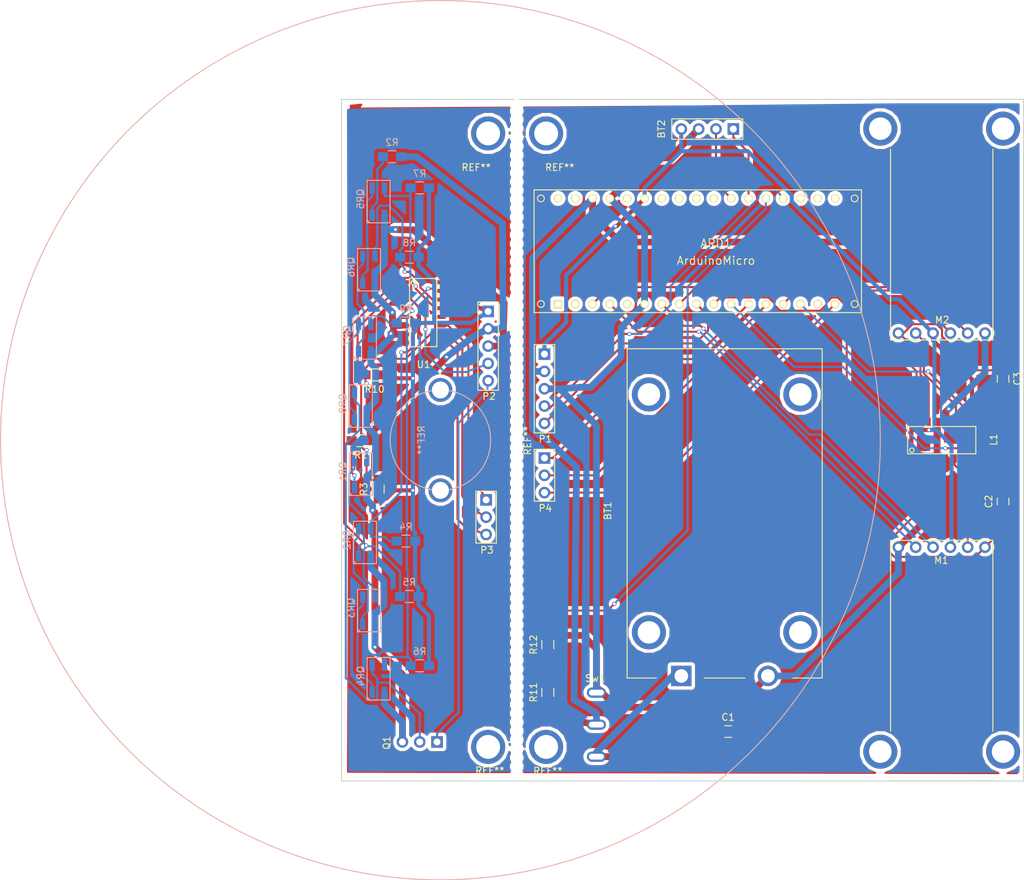
<source format=kicad_pcb>
(kicad_pcb (version 4) (host pcbnew 4.0.5)
  (layers (0 F.Cu signal) (31 B.Cu signal) (34 B.Paste user) (35 F.Paste user) (36 B.SilkS user) (37 F.SilkS user) (38 B.Mask user) (39 F.Mask user) (44 Edge.Cuts user))
  (net 0 "")
  (net 1 S1)
  (net 2 "Net-(ARD1-Pad2)")
  (net 3 EncRB)
  (net 4 EncLB)
  (net 5 "Net-(ARD1-Pad5)")
  (net 6 GND)
  (net 7 EncLA)
  (net 8 EncRA)
  (net 9 D_on)
  (net 10 PWML1)
  (net 11 PWML2)
  (net 12 S0)
  (net 13 "Net-(BT1-Pad1)")
  (net 14 +5V)
  (net 15 "Net-(ARD1-Pad24)")
  (net 16 "Net-(ARD1-Pad23)")
  (net 17 "Net-(C2-Pad1)")
  (net 18 "Net-(C2-Pad2)")
  (net 19 "Net-(C3-Pad1)")
  (net 20 "Net-(C3-Pad2)")
  (net 21 +9V)
  (net 22 PWMR1)
  (net 23 PWMR2)
  (net 24 Mux)
  (net 25 "Net-(Q1-Pad2)")
  (net 26 "Net-(QR1-Pad1)")
  (net 27 "Net-(QR1-Pad2)")
  (net 28 "Net-(QR1-Pad3)")
  (net 29 "Net-(QR2-Pad2)")
  (net 30 "Net-(QR2-Pad3)")
  (net 31 "Net-(QR3-Pad2)")
  (net 32 "Net-(QR3-Pad3)")
  (net 33 "Net-(QR4-Pad3)")
  (net 34 "Net-(QR5-Pad1)")
  (net 35 "Net-(QR5-Pad2)")
  (net 36 "Net-(QR5-Pad3)")
  (net 37 "Net-(QR6-Pad2)")
  (net 38 "Net-(QR6-Pad3)")
  (net 39 "Net-(QR7-Pad2)")
  (net 40 "Net-(QR7-Pad3)")
  (net 41 "Net-(QR8-Pad3)")
  (net 42 Batt)
  (net 43 S2)
  (net 44 "Net-(ARD1-Pad18)")
  (net 45 "Net-(ARD1-Pad1)")
  (net 46 "Net-(ARD1-Pad16)")
  (net 47 "Net-(ARD1-Pad19)")
  (net 48 "Net-(ARD1-Pad20)")
  (net 49 "Net-(ARD1-Pad25)")
  (net 50 "Net-(ARD1-Pad26)")
  (net 51 "Net-(ARD1-Pad27)")
  (net 52 "Net-(ARD1-Pad28)")
  (net 53 "Net-(ARD1-Pad30)")
  (net 54 "Net-(ARD1-Pad33)")
  (net 55 "Net-(ARD1-Pad34)")
  (module robot_footprint:M3hole (layer F.Cu) (at 80.264 145.288)
    (fp_text reference REF** (at 0 3.2385) (layer F.SilkS))
    (fp_text value "M3 hole")
    (pad "" np_thru_hole circle (at -0.264 -0.288) (size 5 5) (drill 3.5) (layers *.Cu *.Mask))
  )
  (module Capacitors_SMD:C_0805_HandSoldering (layer F.Cu) (at 106.68 142.748)
    (fp_text reference C1 (at 0 -2.1) (layer F.SilkS))
    (fp_text value 22uF)
    (pad 1 smd rect (at -1.25 0) (size 1.5 1.25) (layers F.Cu F.Paste F.Mask) (net 13 "Net-(BT1-Pad1)"))
    (pad 2 smd rect (at 1.25 0) (size 1.5 1.25) (layers F.Cu F.Paste F.Mask) (net 6 GND))
  )
  (module Capacitors_SMD:C_0805_HandSoldering (layer F.Cu) (at 147 109 90)
    (fp_text reference C2 (at 0 -2.1 90) (layer F.SilkS))
    (fp_text value 22uF)
    (pad 1 smd rect (at -1.25 0 90) (size 1.5 1.25) (layers F.Cu F.Paste F.Mask) (net 17 "Net-(C2-Pad1)"))
    (pad 2 smd rect (at 1.25 0 90) (size 1.5 1.25) (layers F.Cu F.Paste F.Mask) (net 18 "Net-(C2-Pad2)"))
  )
  (module Capacitors_SMD:C_0805_HandSoldering (layer F.Cu) (at 147 91 270)
    (fp_text reference C3 (at 0 -2.1 270) (layer F.SilkS))
    (fp_text value 22uF)
    (pad 1 smd rect (at -1.25 0 270) (size 1.5 1.25) (layers F.Cu F.Paste F.Mask) (net 19 "Net-(C3-Pad1)"))
    (pad 2 smd rect (at 1.25 0 270) (size 1.5 1.25) (layers F.Cu F.Paste F.Mask) (net 20 "Net-(C3-Pad2)"))
  )
  (module robot_footprint:Multiplexer_74HCT4051_SO16 (layer F.Cu) (at 138 100 90)
    (fp_text reference L1 (at 0.0635 7.62 90) (layer F.SilkS))
    (fp_text value L293)
    (pad 9 smd rect (at 2.7 4.445 90) (size 1.2 0.6) (layers F.Cu F.Paste F.Mask) (net 14 +5V))
    (pad 1 smd rect (at -2.7 -4.445 90) (size 1.2 0.6) (layers F.Cu F.Paste F.Mask) (net 14 +5V))
    (pad 2 smd rect (at -2.7 -3.175 90) (size 1.2 0.6) (layers F.Cu F.Paste F.Mask) (net 10 PWML1))
    (pad 3 smd rect (at -2.7 -1.905 90) (size 1.2 0.6) (layers F.Cu F.Paste F.Mask) (net 17 "Net-(C2-Pad1)"))
    (pad 4 smd rect (at -2.7 -0.635 90) (size 1.2 0.6) (layers F.Cu F.Paste F.Mask) (net 6 GND))
    (pad 5 smd rect (at -2.7 0.635 90) (size 1.2 0.6) (layers F.Cu F.Paste F.Mask) (net 6 GND))
    (pad 6 smd rect (at -2.7 1.905 90) (size 1.2 0.6) (layers F.Cu F.Paste F.Mask) (net 18 "Net-(C2-Pad2)"))
    (pad 7 smd rect (at -2.7 3.175 90) (size 1.2 0.6) (layers F.Cu F.Paste F.Mask) (net 11 PWML2))
    (pad 8 smd rect (at -2.7 4.445 90) (size 1.2 0.6) (layers F.Cu F.Paste F.Mask) (net 21 +9V))
    (pad 10 smd rect (at 2.7 3.175 90) (size 1.2 0.6) (layers F.Cu F.Paste F.Mask) (net 22 PWMR1))
    (pad 11 smd rect (at 2.7 1.905 90) (size 1.2 0.6) (layers F.Cu F.Paste F.Mask) (net 20 "Net-(C3-Pad2)"))
    (pad 12 smd rect (at 2.7 0.635 90) (size 1.2 0.6) (layers F.Cu F.Paste F.Mask) (net 6 GND))
    (pad 13 smd rect (at 2.7 -0.635 90) (size 1.2 0.6) (layers F.Cu F.Paste F.Mask) (net 6 GND))
    (pad 14 smd rect (at 2.7 -1.905 90) (size 1.2 0.6) (layers F.Cu F.Paste F.Mask) (net 19 "Net-(C3-Pad1)"))
    (pad 15 smd rect (at 2.7 -3.175 90) (size 1.2 0.6) (layers F.Cu F.Paste F.Mask) (net 23 PWMR2))
    (pad 16 smd rect (at 2.7 -4.445 90) (size 1.2 0.6) (layers F.Cu F.Paste F.Mask) (net 14 +5V))
  )
  (module robot_footprint:NPN_transistor (layer F.Cu) (at 61.468 144.272 270)
    (fp_text reference Q1 (at 0.127 4.826 270) (layer F.SilkS))
    (fp_text value Q_NPN_BCE)
    (pad 3 thru_hole circle (at 0 2.54 270) (size 1.7 1.7) (drill 1.02) (layers *.Cu *.Mask) (net 6 GND))
    (pad 1 thru_hole rect (at 0 -2.54 270) (size 1.7 1.7) (drill 1.02) (layers *.Cu *.Mask) (net 9 D_on))
    (pad 2 thru_hole circle (at 0 0 270) (size 1.7 1.7) (drill 1.02) (layers *.Cu *.Mask) (net 25 "Net-(Q1-Pad2)"))
  )
  (module robot_footprint:QRE1113GR (layer B.Cu) (at 52.8 105 90)
    (fp_text reference QR1 (at 0.381 -2.6035 90) (layer B.SilkS) (effects (justify mirror)))
    (fp_text value QRE1113)
    (pad 1 smd trapezoid (at -2 -0.9 90) (size 1.66 0.79) (layers B.Cu B.Paste B.Mask) (net 26 "Net-(QR1-Pad1)"))
    (pad 2 smd trapezoid (at 2 -0.9 90) (size 1.66 0.79) (layers B.Cu B.Paste B.Mask) (net 27 "Net-(QR1-Pad2)"))
    (pad 3 smd trapezoid (at 2 0.9 90) (size 1.66 0.79) (layers B.Cu B.Paste B.Mask) (net 28 "Net-(QR1-Pad3)"))
    (pad 4 smd trapezoid (at -2 0.9 90) (size 1.66 0.79) (layers B.Cu B.Paste B.Mask) (net 6 GND))
  )
  (module robot_footprint:QRE1113GR (layer B.Cu) (at 53.4 115 90)
    (fp_text reference QR2 (at 0.381 -2.6035 90) (layer B.SilkS) (effects (justify mirror)))
    (fp_text value QRE1113)
    (pad 1 smd trapezoid (at -2 -0.9 90) (size 1.66 0.79) (layers B.Cu B.Paste B.Mask) (net 27 "Net-(QR1-Pad2)"))
    (pad 2 smd trapezoid (at 2 -0.9 90) (size 1.66 0.79) (layers B.Cu B.Paste B.Mask) (net 29 "Net-(QR2-Pad2)"))
    (pad 3 smd trapezoid (at 2 0.9 90) (size 1.66 0.79) (layers B.Cu B.Paste B.Mask) (net 30 "Net-(QR2-Pad3)"))
    (pad 4 smd trapezoid (at -2 0.9 90) (size 1.66 0.79) (layers B.Cu B.Paste B.Mask) (net 6 GND))
  )
  (module robot_footprint:QRE1113GR (layer B.Cu) (at 54 125 90)
    (fp_text reference QR3 (at 0.381 -2.6035 90) (layer B.SilkS) (effects (justify mirror)))
    (fp_text value QRE1113)
    (pad 1 smd trapezoid (at -2 -0.9 90) (size 1.66 0.79) (layers B.Cu B.Paste B.Mask) (net 29 "Net-(QR2-Pad2)"))
    (pad 2 smd trapezoid (at 2 -0.9 90) (size 1.66 0.79) (layers B.Cu B.Paste B.Mask) (net 31 "Net-(QR3-Pad2)"))
    (pad 3 smd trapezoid (at 2 0.9 90) (size 1.66 0.79) (layers B.Cu B.Paste B.Mask) (net 32 "Net-(QR3-Pad3)"))
    (pad 4 smd trapezoid (at -2 0.9 90) (size 1.66 0.79) (layers B.Cu B.Paste B.Mask) (net 6 GND))
  )
  (module robot_footprint:QRE1113GR (layer B.Cu) (at 55.4 135 90)
    (fp_text reference QR4 (at 0.381 -2.6035 90) (layer B.SilkS) (effects (justify mirror)))
    (fp_text value QRE1113)
    (pad 1 smd trapezoid (at -2 -0.9 90) (size 1.66 0.79) (layers B.Cu B.Paste B.Mask) (net 31 "Net-(QR3-Pad2)"))
    (pad 2 smd trapezoid (at 2 -0.9 90) (size 1.66 0.79) (layers B.Cu B.Paste B.Mask) (net 25 "Net-(Q1-Pad2)"))
    (pad 3 smd trapezoid (at 2 0.9 90) (size 1.66 0.79) (layers B.Cu B.Paste B.Mask) (net 33 "Net-(QR4-Pad3)"))
    (pad 4 smd trapezoid (at -2 0.9 90) (size 1.66 0.79) (layers B.Cu B.Paste B.Mask) (net 6 GND))
  )
  (module robot_footprint:QRE1113GR (layer B.Cu) (at 55.4 65 90)
    (fp_text reference QR5 (at 0.381 -2.6035 90) (layer B.SilkS) (effects (justify mirror)))
    (fp_text value QRE1113)
    (pad 1 smd trapezoid (at -2 -0.9 90) (size 1.66 0.79) (layers B.Cu B.Paste B.Mask) (net 34 "Net-(QR5-Pad1)"))
    (pad 2 smd trapezoid (at 2 -0.9 90) (size 1.66 0.79) (layers B.Cu B.Paste B.Mask) (net 35 "Net-(QR5-Pad2)"))
    (pad 3 smd trapezoid (at 2 0.9 90) (size 1.66 0.79) (layers B.Cu B.Paste B.Mask) (net 36 "Net-(QR5-Pad3)"))
    (pad 4 smd trapezoid (at -2 0.9 90) (size 1.66 0.79) (layers B.Cu B.Paste B.Mask) (net 6 GND))
  )
  (module robot_footprint:QRE1113GR (layer B.Cu) (at 54 75 90)
    (fp_text reference QR6 (at 0.381 -2.6035 90) (layer B.SilkS) (effects (justify mirror)))
    (fp_text value QRE1113)
    (pad 1 smd trapezoid (at -2 -0.9 90) (size 1.66 0.79) (layers B.Cu B.Paste B.Mask) (net 35 "Net-(QR5-Pad2)"))
    (pad 2 smd trapezoid (at 2 -0.9 90) (size 1.66 0.79) (layers B.Cu B.Paste B.Mask) (net 37 "Net-(QR6-Pad2)"))
    (pad 3 smd trapezoid (at 2 0.9 90) (size 1.66 0.79) (layers B.Cu B.Paste B.Mask) (net 38 "Net-(QR6-Pad3)"))
    (pad 4 smd trapezoid (at -2 0.9 90) (size 1.66 0.79) (layers B.Cu B.Paste B.Mask) (net 6 GND))
  )
  (module robot_footprint:QRE1113GR (layer B.Cu) (at 53.4 85 90)
    (fp_text reference QR7 (at 0.381 -2.6035 90) (layer B.SilkS) (effects (justify mirror)))
    (fp_text value QRE1113)
    (pad 1 smd trapezoid (at -2 -0.9 90) (size 1.66 0.79) (layers B.Cu B.Paste B.Mask) (net 37 "Net-(QR6-Pad2)"))
    (pad 2 smd trapezoid (at 2 -0.9 90) (size 1.66 0.79) (layers B.Cu B.Paste B.Mask) (net 39 "Net-(QR7-Pad2)"))
    (pad 3 smd trapezoid (at 2 0.9 90) (size 1.66 0.79) (layers B.Cu B.Paste B.Mask) (net 40 "Net-(QR7-Pad3)"))
    (pad 4 smd trapezoid (at -2 0.9 90) (size 1.66 0.79) (layers B.Cu B.Paste B.Mask) (net 6 GND))
  )
  (module robot_footprint:QRE1113GR (layer B.Cu) (at 52.8 95 90)
    (fp_text reference QR8 (at 0.381 -2.6035 90) (layer B.SilkS) (effects (justify mirror)))
    (fp_text value QRE1113)
    (pad 1 smd trapezoid (at -2 -0.9 90) (size 1.66 0.79) (layers B.Cu B.Paste B.Mask) (net 39 "Net-(QR7-Pad2)"))
    (pad 2 smd trapezoid (at 2 -0.9 90) (size 1.66 0.79) (layers B.Cu B.Paste B.Mask) (net 25 "Net-(Q1-Pad2)"))
    (pad 3 smd trapezoid (at 2 0.9 90) (size 1.66 0.79) (layers B.Cu B.Paste B.Mask) (net 41 "Net-(QR8-Pad3)"))
    (pad 4 smd trapezoid (at -2 0.9 90) (size 1.66 0.79) (layers B.Cu B.Paste B.Mask) (net 6 GND))
  )
  (module Resistors_SMD:R_0805_HandSoldering (layer F.Cu) (at 52.832 100.076 180)
    (fp_text reference R1 (at 0 -2.1 180) (layer F.SilkS))
    (fp_text value 150)
    (pad 1 smd rect (at -1.35 0 180) (size 1.5 1.3) (layers F.Cu F.Paste F.Mask) (net 21 +9V))
    (pad 2 smd rect (at 1.35 0 180) (size 1.5 1.3) (layers F.Cu F.Paste F.Mask) (net 26 "Net-(QR1-Pad1)"))
  )
  (module Resistors_SMD:R_0805_HandSoldering (layer B.Cu) (at 57.404 58.42 180)
    (fp_text reference R2 (at 0 2.1 180) (layer B.SilkS) (effects (justify mirror)))
    (fp_text value 150)
    (pad 1 smd rect (at -1.35 0 180) (size 1.5 1.3) (layers B.Cu B.Paste B.Mask) (net 21 +9V))
    (pad 2 smd rect (at 1.35 0 180) (size 1.5 1.3) (layers B.Cu B.Paste B.Mask) (net 34 "Net-(QR5-Pad1)"))
  )
  (module Resistors_SMD:R_0805_HandSoldering (layer F.Cu) (at 55.372 107.188 90)
    (fp_text reference R3 (at 0 -2.1 90) (layer F.SilkS))
    (fp_text value 10k)
    (pad 1 smd rect (at -1.35 0 90) (size 1.5 1.3) (layers F.Cu F.Paste F.Mask) (net 14 +5V))
    (pad 2 smd rect (at 1.35 0 90) (size 1.5 1.3) (layers F.Cu F.Paste F.Mask) (net 28 "Net-(QR1-Pad3)"))
  )
  (module Resistors_SMD:R_0805_HandSoldering (layer B.Cu) (at 59.436 114.808 180)
    (fp_text reference R4 (at 0 2.1 180) (layer B.SilkS) (effects (justify mirror)))
    (fp_text value 10k)
    (pad 1 smd rect (at -1.35 0 180) (size 1.5 1.3) (layers B.Cu B.Paste B.Mask) (net 14 +5V))
    (pad 2 smd rect (at 1.35 0 180) (size 1.5 1.3) (layers B.Cu B.Paste B.Mask) (net 30 "Net-(QR2-Pad3)"))
  )
  (module Resistors_SMD:R_0805_HandSoldering (layer B.Cu) (at 59.944 122.936 180)
    (fp_text reference R5 (at 0 2.1 180) (layer B.SilkS) (effects (justify mirror)))
    (fp_text value 10k)
    (pad 1 smd rect (at -1.35 0 180) (size 1.5 1.3) (layers B.Cu B.Paste B.Mask) (net 14 +5V))
    (pad 2 smd rect (at 1.35 0 180) (size 1.5 1.3) (layers B.Cu B.Paste B.Mask) (net 32 "Net-(QR3-Pad3)"))
  )
  (module Resistors_SMD:R_0805_HandSoldering (layer B.Cu) (at 61.468 133.096 180)
    (fp_text reference R6 (at 0 2.1 180) (layer B.SilkS) (effects (justify mirror)))
    (fp_text value 10k)
    (pad 1 smd rect (at -1.35 0 180) (size 1.5 1.3) (layers B.Cu B.Paste B.Mask) (net 14 +5V))
    (pad 2 smd rect (at 1.35 0 180) (size 1.5 1.3) (layers B.Cu B.Paste B.Mask) (net 33 "Net-(QR4-Pad3)"))
  )
  (module Resistors_SMD:R_0805_HandSoldering (layer B.Cu) (at 61.468 62.992 180)
    (fp_text reference R7 (at 0 2.1 180) (layer B.SilkS) (effects (justify mirror)))
    (fp_text value 10k)
    (pad 1 smd rect (at -1.35 0 180) (size 1.5 1.3) (layers B.Cu B.Paste B.Mask) (net 14 +5V))
    (pad 2 smd rect (at 1.35 0 180) (size 1.5 1.3) (layers B.Cu B.Paste B.Mask) (net 36 "Net-(QR5-Pad3)"))
  )
  (module Resistors_SMD:R_0805_HandSoldering (layer B.Cu) (at 59.944 73.152 180)
    (fp_text reference R8 (at 0 2.1 180) (layer B.SilkS) (effects (justify mirror)))
    (fp_text value 10k)
    (pad 1 smd rect (at -1.35 0 180) (size 1.5 1.3) (layers B.Cu B.Paste B.Mask) (net 14 +5V))
    (pad 2 smd rect (at 1.35 0 180) (size 1.5 1.3) (layers B.Cu B.Paste B.Mask) (net 38 "Net-(QR6-Pad3)"))
  )
  (module Resistors_SMD:R_0805_HandSoldering (layer B.Cu) (at 59.436 82.804 180)
    (fp_text reference R9 (at 0 2.1 180) (layer B.SilkS) (effects (justify mirror)))
    (fp_text value 10k)
    (pad 1 smd rect (at -1.35 0 180) (size 1.5 1.3) (layers B.Cu B.Paste B.Mask) (net 14 +5V))
    (pad 2 smd rect (at 1.35 0 180) (size 1.5 1.3) (layers B.Cu B.Paste B.Mask) (net 40 "Net-(QR7-Pad3)"))
  )
  (module Resistors_SMD:R_0805_HandSoldering (layer F.Cu) (at 54.864 90.424 180)
    (fp_text reference R10 (at 0 -2.1 180) (layer F.SilkS))
    (fp_text value 10k)
    (pad 1 smd rect (at -1.35 0 180) (size 1.5 1.3) (layers F.Cu F.Paste F.Mask) (net 14 +5V))
    (pad 2 smd rect (at 1.35 0 180) (size 1.5 1.3) (layers F.Cu F.Paste F.Mask) (net 41 "Net-(QR8-Pad3)"))
  )
  (module Resistors_SMD:R_0805_HandSoldering (layer F.Cu) (at 80.25 137 90)
    (fp_text reference R11 (at 0 -2.1 90) (layer F.SilkS))
    (fp_text value 10k)
    (pad 1 smd rect (at -1.35 0 90) (size 1.5 1.3) (layers F.Cu F.Paste F.Mask) (net 21 +9V))
    (pad 2 smd rect (at 1.35 0 90) (size 1.5 1.3) (layers F.Cu F.Paste F.Mask) (net 42 Batt))
  )
  (module Resistors_SMD:R_0805_HandSoldering (layer F.Cu) (at 80.25 130 90)
    (fp_text reference R12 (at 0 -2.1 90) (layer F.SilkS))
    (fp_text value 10k)
    (pad 1 smd rect (at -1.35 0 90) (size 1.5 1.3) (layers F.Cu F.Paste F.Mask) (net 42 Batt))
    (pad 2 smd rect (at 1.35 0 90) (size 1.5 1.3) (layers F.Cu F.Paste F.Mask) (net 6 GND))
  )
  (module robot_footprint:Multiplexer_74HCT4051_SO16 (layer F.Cu) (at 61.976 81.28)
    (fp_text reference U1 (at 0.0635 7.62) (layer F.SilkS))
    (fp_text value 74HCT4051)
    (pad 9 smd rect (at 2.7 4.445) (size 1.2 0.6) (layers F.Cu F.Paste F.Mask) (net 43 S2))
    (pad 1 smd rect (at -2.7 -4.445) (size 1.2 0.6) (layers F.Cu F.Paste F.Mask) (net 28 "Net-(QR1-Pad3)"))
    (pad 2 smd rect (at -2.7 -3.175) (size 1.2 0.6) (layers F.Cu F.Paste F.Mask) (net 32 "Net-(QR3-Pad3)"))
    (pad 3 smd rect (at -2.7 -1.905) (size 1.2 0.6) (layers F.Cu F.Paste F.Mask) (net 24 Mux))
    (pad 4 smd rect (at -2.7 -0.635) (size 1.2 0.6) (layers F.Cu F.Paste F.Mask) (net 33 "Net-(QR4-Pad3)"))
    (pad 5 smd rect (at -2.7 0.635) (size 1.2 0.6) (layers F.Cu F.Paste F.Mask) (net 30 "Net-(QR2-Pad3)"))
    (pad 6 smd rect (at -2.7 1.905) (size 1.2 0.6) (layers F.Cu F.Paste F.Mask) (net 6 GND))
    (pad 7 smd rect (at -2.7 3.175) (size 1.2 0.6) (layers F.Cu F.Paste F.Mask) (net 6 GND))
    (pad 8 smd rect (at -2.7 4.445) (size 1.2 0.6) (layers F.Cu F.Paste F.Mask) (net 6 GND))
    (pad 10 smd rect (at 2.7 3.175) (size 1.2 0.6) (layers F.Cu F.Paste F.Mask) (net 1 S1))
    (pad 11 smd rect (at 2.7 1.905) (size 1.2 0.6) (layers F.Cu F.Paste F.Mask) (net 12 S0))
    (pad 12 smd rect (at 2.7 0.635) (size 1.2 0.6) (layers F.Cu F.Paste F.Mask) (net 41 "Net-(QR8-Pad3)"))
    (pad 13 smd rect (at 2.7 -0.635) (size 1.2 0.6) (layers F.Cu F.Paste F.Mask) (net 36 "Net-(QR5-Pad3)"))
    (pad 14 smd rect (at 2.7 -1.905) (size 1.2 0.6) (layers F.Cu F.Paste F.Mask) (net 38 "Net-(QR6-Pad3)"))
    (pad 15 smd rect (at 2.7 -3.175) (size 1.2 0.6) (layers F.Cu F.Paste F.Mask) (net 40 "Net-(QR7-Pad3)"))
    (pad 16 smd rect (at 2.7 -4.445) (size 1.2 0.6) (layers F.Cu F.Paste F.Mask) (net 14 +5V))
  )
  (module robot_footprint:cut (layer F.Cu) (at 75.692 100.3808)
    (fp_text reference REF** (at 1.5875 -0.3175 90) (layer F.SilkS))
    (fp_text value cut)
    (pad "" np_thru_hole circle (at 0 -50) (size 1 1) (drill 1) (layers *.Cu *.Mask))
    (pad "" np_thru_hole circle (at 0 -48.7) (size 1 1) (drill 1) (layers *.Cu *.Mask))
    (pad "" np_thru_hole circle (at 0 -47.4) (size 1 1) (drill 1) (layers *.Cu *.Mask))
    (pad "" np_thru_hole circle (at 0 -46.1) (size 1 1) (drill 1) (layers *.Cu *.Mask))
    (pad "" np_thru_hole circle (at 0 -44.8) (size 1 1) (drill 1) (layers *.Cu *.Mask))
    (pad "" np_thru_hole circle (at 0 -43.5) (size 1 1) (drill 1) (layers *.Cu *.Mask))
    (pad "" np_thru_hole circle (at 0 -42.2) (size 1 1) (drill 1) (layers *.Cu *.Mask))
    (pad "" np_thru_hole circle (at 0 -40.9) (size 1 1) (drill 1) (layers *.Cu *.Mask))
    (pad "" np_thru_hole circle (at 0 -39.6) (size 1 1) (drill 1) (layers *.Cu *.Mask))
    (pad "" np_thru_hole circle (at 0 -38.3) (size 1 1) (drill 1) (layers *.Cu *.Mask))
    (pad "" np_thru_hole circle (at 0 -37) (size 1 1) (drill 1) (layers *.Cu *.Mask))
    (pad "" np_thru_hole circle (at 0 -35.7) (size 1 1) (drill 1) (layers *.Cu *.Mask))
    (pad "" np_thru_hole circle (at 0 -34.4) (size 1 1) (drill 1) (layers *.Cu *.Mask))
    (pad "" np_thru_hole circle (at 0 -33.1) (size 1 1) (drill 1) (layers *.Cu *.Mask))
    (pad "" np_thru_hole circle (at 0 -31.8) (size 1 1) (drill 1) (layers *.Cu *.Mask))
    (pad "" np_thru_hole circle (at 0 -30.5) (size 1 1) (drill 1) (layers *.Cu *.Mask))
    (pad "" np_thru_hole circle (at 0 -29.2) (size 1 1) (drill 1) (layers *.Cu *.Mask))
    (pad "" np_thru_hole circle (at 0 -27.9) (size 1 1) (drill 1) (layers *.Cu *.Mask))
    (pad "" np_thru_hole circle (at 0 -26.6) (size 1 1) (drill 1) (layers *.Cu *.Mask))
    (pad "" np_thru_hole circle (at 0 -25.3) (size 1 1) (drill 1) (layers *.Cu *.Mask))
    (pad "" np_thru_hole circle (at 0 -24) (size 1 1) (drill 1) (layers *.Cu *.Mask))
    (pad "" np_thru_hole circle (at 0 -22.7) (size 1 1) (drill 1) (layers *.Cu *.Mask))
    (pad "" np_thru_hole circle (at 0 -21.4) (size 1 1) (drill 1) (layers *.Cu *.Mask))
    (pad "" np_thru_hole circle (at 0 -20.1) (size 1 1) (drill 1) (layers *.Cu *.Mask))
    (pad "" np_thru_hole circle (at 0 -18.8) (size 1 1) (drill 1) (layers *.Cu *.Mask))
    (pad "" np_thru_hole circle (at 0 -17.5) (size 1 1) (drill 1) (layers *.Cu *.Mask))
    (pad "" np_thru_hole circle (at 0 -16.2) (size 1 1) (drill 1) (layers *.Cu *.Mask))
    (pad "" np_thru_hole circle (at 0 -14.9) (size 1 1) (drill 1) (layers *.Cu *.Mask))
    (pad "" np_thru_hole circle (at 0 -13.6) (size 1 1) (drill 1) (layers *.Cu *.Mask))
    (pad "" np_thru_hole circle (at 0 -12.3) (size 1 1) (drill 1) (layers *.Cu *.Mask))
    (pad "" np_thru_hole circle (at 0 -11) (size 1 1) (drill 1) (layers *.Cu *.Mask))
    (pad "" np_thru_hole circle (at 0 -9.7) (size 1 1) (drill 1) (layers *.Cu *.Mask))
    (pad "" np_thru_hole circle (at 0 -8.4) (size 1 1) (drill 1) (layers *.Cu *.Mask))
    (pad "" np_thru_hole circle (at 0 -7.1) (size 1 1) (drill 1) (layers *.Cu *.Mask))
    (pad "" np_thru_hole circle (at 0 -5.8) (size 1 1) (drill 1) (layers *.Cu *.Mask))
    (pad "" np_thru_hole circle (at 0 -4.5) (size 1 1) (drill 1) (layers *.Cu *.Mask))
    (pad "" np_thru_hole circle (at 0 -3.2) (size 1 1) (drill 1) (layers *.Cu *.Mask))
    (pad "" np_thru_hole circle (at 0 -1.9) (size 1 1) (drill 1) (layers *.Cu *.Mask))
    (pad "" np_thru_hole circle (at 0 -0.6) (size 1 1) (drill 1) (layers *.Cu *.Mask))
    (pad "" np_thru_hole circle (at 0 0.7) (size 1 1) (drill 1) (layers *.Cu *.Mask))
    (pad "" np_thru_hole circle (at 0 2) (size 1 1) (drill 1) (layers *.Cu *.Mask))
    (pad "" np_thru_hole circle (at 0 3.3) (size 1 1) (drill 1) (layers *.Cu *.Mask))
    (pad "" np_thru_hole circle (at 0 4.6) (size 1 1) (drill 1) (layers *.Cu *.Mask))
    (pad "" np_thru_hole circle (at 0 5.9) (size 1 1) (drill 1) (layers *.Cu *.Mask))
    (pad "" np_thru_hole circle (at 0 7.2) (size 1 1) (drill 1) (layers *.Cu *.Mask))
    (pad "" np_thru_hole circle (at 0 8.5) (size 1 1) (drill 1) (layers *.Cu *.Mask))
    (pad "" np_thru_hole circle (at 0 9.8) (size 1 1) (drill 1) (layers *.Cu *.Mask))
    (pad "" np_thru_hole circle (at 0 11.1) (size 1 1) (drill 1) (layers *.Cu *.Mask))
    (pad "" np_thru_hole circle (at 0 12.4) (size 1 1) (drill 1) (layers *.Cu *.Mask))
    (pad "" np_thru_hole circle (at 0 13.7) (size 1 1) (drill 1) (layers *.Cu *.Mask))
    (pad "" np_thru_hole circle (at 0 15) (size 1 1) (drill 1) (layers *.Cu *.Mask))
    (pad "" np_thru_hole circle (at 0 16.3) (size 1 1) (drill 1) (layers *.Cu *.Mask))
    (pad "" np_thru_hole circle (at 0 17.6) (size 1 1) (drill 1) (layers *.Cu *.Mask))
    (pad "" np_thru_hole circle (at 0 18.9) (size 1 1) (drill 1) (layers *.Cu *.Mask))
    (pad "" np_thru_hole circle (at 0 20.2) (size 1 1) (drill 1) (layers *.Cu *.Mask))
    (pad "" np_thru_hole circle (at 0 21.5) (size 1 1) (drill 1) (layers *.Cu *.Mask))
    (pad "" np_thru_hole circle (at 0 22.8) (size 1 1) (drill 1) (layers *.Cu *.Mask))
    (pad "" np_thru_hole circle (at 0 24.1) (size 1 1) (drill 1) (layers *.Cu *.Mask))
    (pad "" np_thru_hole circle (at 0 25.4) (size 1 1) (drill 1) (layers *.Cu *.Mask))
    (pad "" np_thru_hole circle (at 0 26.7) (size 1 1) (drill 1) (layers *.Cu *.Mask))
    (pad "" np_thru_hole circle (at 0 28) (size 1 1) (drill 1) (layers *.Cu *.Mask))
    (pad "" np_thru_hole circle (at 0 29.3) (size 1 1) (drill 1) (layers *.Cu *.Mask))
    (pad "" np_thru_hole circle (at 0 30.6) (size 1 1) (drill 1) (layers *.Cu *.Mask))
    (pad "" np_thru_hole circle (at 0 31.9) (size 1 1) (drill 1) (layers *.Cu *.Mask))
    (pad "" np_thru_hole circle (at 0 33.2) (size 1 1) (drill 1) (layers *.Cu *.Mask))
    (pad "" np_thru_hole circle (at 0 34.5) (size 1 1) (drill 1) (layers *.Cu *.Mask))
    (pad "" np_thru_hole circle (at 0 35.8) (size 1 1) (drill 1) (layers *.Cu *.Mask))
    (pad "" np_thru_hole circle (at 0 37.1) (size 1 1) (drill 1) (layers *.Cu *.Mask))
    (pad "" np_thru_hole circle (at 0 38.4) (size 1 1) (drill 1) (layers *.Cu *.Mask))
    (pad "" np_thru_hole circle (at 0 39.7) (size 1 1) (drill 1) (layers *.Cu *.Mask))
    (pad "" np_thru_hole circle (at 0 41) (size 1 1) (drill 1) (layers *.Cu *.Mask))
    (pad "" np_thru_hole circle (at 0 42.3) (size 1 1) (drill 1) (layers *.Cu *.Mask))
    (pad "" np_thru_hole circle (at 0 43.6) (size 1 1) (drill 1) (layers *.Cu *.Mask))
    (pad "" np_thru_hole circle (at 0 44.9) (size 1 1) (drill 1) (layers *.Cu *.Mask))
    (pad "" np_thru_hole circle (at 0 46.2) (size 1 1) (drill 1) (layers *.Cu *.Mask))
    (pad "" np_thru_hole circle (at 0 47.5) (size 1 1) (drill 1) (layers *.Cu *.Mask))
    (pad "" np_thru_hole circle (at 0 48.8) (size 1 1) (drill 1) (layers *.Cu *.Mask))
  )
  (module robot_footprint:M3hole (layer F.Cu) (at 71.75 145.25)
    (fp_text reference REF** (at 0 3.2385) (layer F.SilkS))
    (fp_text value "M3 hole")
    (pad "" np_thru_hole circle (at -0.25 -0.25) (size 5 5) (drill 3.5) (layers *.Cu *.Mask))
  )
  (module robot_footprint:M3hole (layer F.Cu) (at 82 56.75)
    (fp_text reference REF** (at 0 3.2385) (layer F.SilkS))
    (fp_text value "M3 hole")
    (pad "" np_thru_hole circle (at -2 -1.75) (size 5 5) (drill 3.5) (layers *.Cu *.Mask))
  )
  (module robot_footprint:M3hole (layer F.Cu) (at 69.75 56.75)
    (fp_text reference REF** (at 0 3.2385) (layer F.SilkS))
    (fp_text value "M3 hole")
    (pad "" np_thru_hole circle (at 1.75 -1.75) (size 5 5) (drill 3.5) (layers *.Cu *.Mask))
  )
  (module robot_footprint:Conn_01x03 (layer F.Cu) (at 79.756 105.156)
    (fp_text reference P4 (at 0.127 4.826) (layer F.SilkS))
    (fp_text value CONN_01X03)
    (pad 3 thru_hole circle (at 0 2.54) (size 1.7 1.7) (drill 1.02) (layers *.Cu *.Mask) (net 43 S2))
    (pad 1 thru_hole rect (at 0 -2.54) (size 1.7 1.7) (drill 1.02) (layers *.Cu *.Mask) (net 12 S0))
    (pad 2 thru_hole circle (at 0 0) (size 1.7 1.7) (drill 1.02) (layers *.Cu *.Mask) (net 1 S1))
  )
  (module robot_footprint:Conn_01x03 (layer F.Cu) (at 71.2 111.3)
    (fp_text reference P3 (at 0.127 4.826) (layer F.SilkS))
    (fp_text value CONN_01X03)
    (pad 3 thru_hole circle (at 0 2.54) (size 1.7 1.7) (drill 1.02) (layers *.Cu *.Mask) (net 43 S2))
    (pad 1 thru_hole rect (at 0 -2.54) (size 1.7 1.7) (drill 1.02) (layers *.Cu *.Mask) (net 12 S0))
    (pad 2 thru_hole circle (at 0 0) (size 1.7 1.7) (drill 1.02) (layers *.Cu *.Mask) (net 1 S1))
  )
  (module robot_footprint:CONN_5x1 (layer F.Cu) (at 71.5 86.2)
    (fp_text reference P2 (at 0.127 7.366) (layer F.SilkS))
    (fp_text value CONN_01X05)
    (pad 5 thru_hole circle (at 0 5.08) (size 1.7 1.7) (drill 1.02) (layers *.Cu *.Mask) (net 9 D_on))
    (pad 4 thru_hole circle (at 0 2.54) (size 1.7 1.7) (drill 1.02) (layers *.Cu *.Mask) (net 24 Mux))
    (pad 3 thru_hole circle (at 0 0) (size 1.7 1.7) (drill 1.02) (layers *.Cu *.Mask) (net 6 GND))
    (pad 2 thru_hole circle (at 0 -2.54) (size 1.7 1.7) (drill 1.02) (layers *.Cu *.Mask) (net 21 +9V))
    (pad 1 thru_hole rect (at 0 -5.08) (size 1.7 1.7) (drill 1.02) (layers *.Cu *.Mask) (net 14 +5V))
  )
  (module robot_footprint:CONN_5x1 (layer F.Cu) (at 79.756 92.456)
    (fp_text reference P1 (at 0.127 7.366) (layer F.SilkS))
    (fp_text value CONN_01X05)
    (pad 5 thru_hole circle (at 0 5.08) (size 1.7 1.7) (drill 1.02) (layers *.Cu *.Mask) (net 9 D_on))
    (pad 4 thru_hole circle (at 0 2.54) (size 1.7 1.7) (drill 1.02) (layers *.Cu *.Mask) (net 24 Mux))
    (pad 3 thru_hole circle (at 0 0) (size 1.7 1.7) (drill 1.02) (layers *.Cu *.Mask) (net 6 GND))
    (pad 2 thru_hole circle (at 0 -2.54) (size 1.7 1.7) (drill 1.02) (layers *.Cu *.Mask) (net 21 +9V))
    (pad 1 thru_hole rect (at 0 -5.08) (size 1.7 1.7) (drill 1.02) (layers *.Cu *.Mask) (net 14 +5V))
  )
  (module robot_footprint:battery_holder_1291 (layer F.Cu) (at 106.172 110.744 270)
    (fp_text reference BT1 (at -0.381 17.145 270) (layer F.SilkS))
    (fp_text value Battery_Cell)
    (pad "" np_thru_hole circle (at 17.45 11.1 270) (size 5 5) (drill 3.3) (layers *.Cu *.Mask))
    (pad "" np_thru_hole circle (at -17.45 11.1 270) (size 5 5) (drill 3.3) (layers *.Cu *.Mask))
    (pad "" np_thru_hole circle (at -17.45 -11.1 270) (size 5 5) (drill 3.3) (layers *.Cu *.Mask))
    (pad 1 thru_hole rect (at 23.85 6.35 270) (size 3 3) (drill 2) (layers *.Cu *.Mask) (net 13 "Net-(BT1-Pad1)"))
    (pad 2 thru_hole circle (at 23.85 -6.35 270) (size 3 3) (drill 2) (layers *.Cu *.Mask) (net 6 GND))
    (pad "" np_thru_hole circle (at 17.45 -11.1 270) (size 5 5) (drill 3.3) (layers *.Cu *.Mask))
  )
  (module robot_footprint:ARDUINO_MICRO_SHIELD (layer F.Cu) (at 78.232 81.28)
    (fp_text reference ARD1 (at 26.67 -10.16) (layer F.SilkS) (effects (font (size 1.2 1.2))))
    (fp_text value ArduinoMicro (at 26.67 -7.62) (layer F.SilkS) (effects (font (size 1.2 1.2))))
    (pad 18 thru_hole circle (at 44.14 -16.746) (size 1.2 1.2) (drill 0.8) (layers *.Cu *.Mask F.SilkS) (net 44 "Net-(ARD1-Pad18)"))
    (pad 1 thru_hole rect (at 3.5 -1.254) (size 1.2 1.2) (drill 0.8) (layers *.Cu *.Mask F.SilkS) (net 45 "Net-(ARD1-Pad1)"))
    (pad 2 thru_hole circle (at 6.04 -1.254) (size 1.2 1.2) (drill 0.8) (layers *.Cu *.Mask F.SilkS) (net 2 "Net-(ARD1-Pad2)"))
    (pad 3 thru_hole circle (at 8.58 -1.254) (size 1.2 1.2) (drill 0.8) (layers *.Cu *.Mask F.SilkS) (net 3 EncRB))
    (pad 4 thru_hole circle (at 11.12 -1.254) (size 1.2 1.2) (drill 0.8) (layers *.Cu *.Mask F.SilkS) (net 4 EncLB))
    (pad 5 thru_hole circle (at 13.66 -1.254) (size 1.2 1.2) (drill 0.8) (layers *.Cu *.Mask F.SilkS) (net 5 "Net-(ARD1-Pad5)"))
    (pad 6 thru_hole circle (at 16.2 -1.254) (size 1.2 1.2) (drill 0.8) (layers *.Cu *.Mask F.SilkS) (net 6 GND))
    (pad 7 thru_hole circle (at 18.74 -1.254) (size 1.2 1.2) (drill 0.8) (layers *.Cu *.Mask F.SilkS) (net 7 EncLA))
    (pad 8 thru_hole circle (at 21.28 -1.254) (size 1.2 1.2) (drill 0.8) (layers *.Cu *.Mask F.SilkS) (net 8 EncRA))
    (pad 9 thru_hole circle (at 23.82 -1.254) (size 1.2 1.2) (drill 0.8) (layers *.Cu *.Mask F.SilkS) (net 9 D_on))
    (pad 10 thru_hole circle (at 26.36 -1.254) (size 1.2 1.2) (drill 0.8) (layers *.Cu *.Mask F.SilkS) (net 10 PWML1))
    (pad 11 thru_hole circle (at 28.9 -1.254) (size 1.2 1.2) (drill 0.8) (layers *.Cu *.Mask F.SilkS) (net 11 PWML2))
    (pad 12 thru_hole circle (at 31.44 -1.254) (size 1.2 1.2) (drill 0.8) (layers *.Cu *.Mask F.SilkS) (net 12 S0))
    (pad 13 thru_hole circle (at 33.98 -1.254) (size 1.2 1.2) (drill 0.8) (layers *.Cu *.Mask F.SilkS) (net 1 S1))
    (pad 14 thru_hole circle (at 36.52 -1.254) (size 1.2 1.2) (drill 0.8) (layers *.Cu *.Mask F.SilkS) (net 23 PWMR2))
    (pad 15 thru_hole circle (at 39.06 -1.254) (size 1.2 1.2) (drill 0.8) (layers *.Cu *.Mask F.SilkS) (net 22 PWMR1))
    (pad 16 thru_hole circle (at 41.6 -1.254) (size 1.2 1.2) (drill 0.8) (layers *.Cu *.Mask F.SilkS) (net 46 "Net-(ARD1-Pad16)"))
    (pad 17 thru_hole circle (at 44.14 -1.254) (size 1.2 1.2) (drill 0.8) (layers *.Cu *.Mask F.SilkS) (net 43 S2))
    (pad 19 thru_hole circle (at 41.6 -16.746) (size 1.2 1.2) (drill 0.8) (layers *.Cu *.Mask F.SilkS) (net 47 "Net-(ARD1-Pad19)"))
    (pad 20 thru_hole circle (at 39.06 -16.746) (size 1.2 1.2) (drill 0.8) (layers *.Cu *.Mask F.SilkS) (net 48 "Net-(ARD1-Pad20)"))
    (pad 21 thru_hole circle (at 36.52 -16.746) (size 1.2 1.2) (drill 0.8) (layers *.Cu *.Mask F.SilkS) (net 24 Mux))
    (pad 22 thru_hole circle (at 33.98 -16.746) (size 1.2 1.2) (drill 0.8) (layers *.Cu *.Mask F.SilkS) (net 42 Batt))
    (pad 23 thru_hole circle (at 31.44 -16.746) (size 1.2 1.2) (drill 0.8) (layers *.Cu *.Mask F.SilkS) (net 16 "Net-(ARD1-Pad23)"))
    (pad 24 thru_hole circle (at 28.9 -16.746) (size 1.2 1.2) (drill 0.8) (layers *.Cu *.Mask F.SilkS) (net 15 "Net-(ARD1-Pad24)"))
    (pad 25 thru_hole circle (at 26.36 -16.746) (size 1.2 1.2) (drill 0.8) (layers *.Cu *.Mask F.SilkS) (net 49 "Net-(ARD1-Pad25)"))
    (pad 26 thru_hole circle (at 23.82 -16.746) (size 1.2 1.2) (drill 0.8) (layers *.Cu *.Mask F.SilkS) (net 50 "Net-(ARD1-Pad26)"))
    (pad 27 thru_hole circle (at 21.28 -16.746) (size 1.2 1.2) (drill 0.8) (layers *.Cu *.Mask F.SilkS) (net 51 "Net-(ARD1-Pad27)"))
    (pad 28 thru_hole circle (at 18.74 -16.746) (size 1.2 1.2) (drill 0.8) (layers *.Cu *.Mask F.SilkS) (net 52 "Net-(ARD1-Pad28)"))
    (pad 29 thru_hole circle (at 16.2 -16.746) (size 1.2 1.2) (drill 0.8) (layers *.Cu *.Mask F.SilkS) (net 14 +5V))
    (pad 30 thru_hole circle (at 13.66 -16.746) (size 1.2 1.2) (drill 0.8) (layers *.Cu *.Mask F.SilkS) (net 53 "Net-(ARD1-Pad30)"))
    (pad 31 thru_hole circle (at 11.12 -16.746) (size 1.2 1.2) (drill 0.8) (layers *.Cu *.Mask F.SilkS) (net 6 GND))
    (pad 32 thru_hole circle (at 8.58 -16.746) (size 1.2 1.2) (drill 0.8) (layers *.Cu *.Mask F.SilkS) (net 21 +9V))
    (pad 33 thru_hole circle (at 6.04 -16.746) (size 1.2 1.2) (drill 0.8) (layers *.Cu *.Mask F.SilkS) (net 54 "Net-(ARD1-Pad33)"))
    (pad 34 thru_hole circle (at 3.5 -16.746) (size 1.2 1.2) (drill 0.8) (layers *.Cu *.Mask F.SilkS) (net 55 "Net-(ARD1-Pad34)"))
  )
  (module robot_footprint:EM_holder (layer F.Cu) (at 138 54.3)
    (fp_text reference M2 (at 0.0635 28.067) (layer F.SilkS))
    (fp_text value RMotor)
    (pad "" np_thru_hole circle (at -9 0) (size 5 5) (drill 3.3) (layers *.Cu *.Mask))
    (pad "" np_thru_hole circle (at 9 0) (size 5 5) (drill 3.3) (layers *.Cu *.Mask))
    (pad 1 thru_hole circle (at -6.35 30) (size 1.7 1.7) (drill 1.02) (layers *.Cu *.Mask) (net 19 "Net-(C3-Pad1)"))
    (pad 2 thru_hole circle (at -3.81 30) (size 1.7 1.7) (drill 1.02) (layers *.Cu *.Mask) (net 20 "Net-(C3-Pad2)"))
    (pad 3 thru_hole circle (at -1.27 30) (size 1.7 1.7) (drill 1.02) (layers *.Cu *.Mask) (net 14 +5V))
    (pad 4 thru_hole circle (at 1.27 30) (size 1.7 1.7) (drill 1.02) (layers *.Cu *.Mask) (net 8 EncRA))
    (pad 5 thru_hole circle (at 3.81 30) (size 1.7 1.7) (drill 1.02) (layers *.Cu *.Mask) (net 3 EncRB))
    (pad 6 thru_hole circle (at 6.35 30) (size 1.7 1.7) (drill 1.02) (layers *.Cu *.Mask) (net 6 GND))
  )
  (module robot_footprint:EM_holder (layer F.Cu) (at 138 145.7 180)
    (fp_text reference M1 (at 0.0635 28.067 180) (layer F.SilkS))
    (fp_text value LMotor)
    (pad "" np_thru_hole circle (at -9 0 180) (size 5 5) (drill 3.3) (layers *.Cu *.Mask))
    (pad "" np_thru_hole circle (at 9 0 180) (size 5 5) (drill 3.3) (layers *.Cu *.Mask))
    (pad 1 thru_hole circle (at -6.35 30 180) (size 1.7 1.7) (drill 1.02) (layers *.Cu *.Mask) (net 17 "Net-(C2-Pad1)"))
    (pad 2 thru_hole circle (at -3.81 30 180) (size 1.7 1.7) (drill 1.02) (layers *.Cu *.Mask) (net 18 "Net-(C2-Pad2)"))
    (pad 3 thru_hole circle (at -1.27 30 180) (size 1.7 1.7) (drill 1.02) (layers *.Cu *.Mask) (net 14 +5V))
    (pad 4 thru_hole circle (at 1.27 30 180) (size 1.7 1.7) (drill 1.02) (layers *.Cu *.Mask) (net 7 EncLA))
    (pad 5 thru_hole circle (at 3.81 30 180) (size 1.7 1.7) (drill 1.02) (layers *.Cu *.Mask) (net 4 EncLB))
    (pad 6 thru_hole circle (at 6.35 30 180) (size 1.7 1.7) (drill 1.02) (layers *.Cu *.Mask) (net 6 GND))
  )
  (module robot_footprint:ball_wheel (layer B.Cu) (at 64.5 100 90)
    (fp_text reference REF** (at 0 -2.794 90) (layer B.SilkS) (effects (justify mirror)))
    (fp_text value ball_wheel)
    (pad "" np_thru_hole circle (at -7.365 0 90) (size 3.5 3.5) (drill 2.5) (layers *.Cu *.Mask))
    (pad "" np_thru_hole circle (at 7.365 0 90) (size 3.5 3.5) (drill 2.5) (layers *.Cu *.Mask))
  )
  (module robot_footprint:JY-MCU (layer F.Cu) (at 103.632 54.356 270)
    (fp_text reference BT2 (at 0 6.731 270) (layer F.SilkS))
    (fp_text value JY-MCU)
    (pad 4 thru_hole circle (at 0 3.81 270) (size 1.7 1.7) (drill 1.02) (layers *.Cu *.Mask) (net 14 +5V))
    (pad 3 thru_hole circle (at 0 1.27 270) (size 1.7 1.7) (drill 1.02) (layers *.Cu *.Mask) (net 6 GND))
    (pad 2 thru_hole circle (at 0 -1.27 270) (size 1.7 1.7) (drill 1.02) (layers *.Cu *.Mask) (net 15 "Net-(ARD1-Pad24)"))
    (pad 1 thru_hole rect (at 0 -3.81 270) (size 1.7 1.7) (drill 1.02) (layers *.Cu *.Mask) (net 16 "Net-(ARD1-Pad23)"))
  )
  (module robot_footprint:Switch_toggle (layer F.Cu) (at 87.376 141.732 180)
    (fp_text reference Sw1 (at 0.1905 6.7945 180) (layer F.SilkS))
    (fp_text value Switch)
    (pad 1 thru_hole oval (at 0 -4.7 180) (size 2.8 1.5) (drill oval 2.2 0.85) (layers *.Cu *.Mask) (net 13 "Net-(BT1-Pad1)"))
    (pad 2 thru_hole oval (at 0 0 180) (size 2.8 1.5) (drill oval 2.2 0.85) (layers *.Cu *.Mask) (net 21 +9V))
    (pad 3 thru_hole oval (at 0 4.7 180) (size 2.8 1.5) (drill oval 2.2 0.85) (layers *.Cu *.Mask) (net 6 GND))
  )
  (gr_line (start 150 150) (end 50 150) (angle 90) (layer Edge.Cuts) (width 0.15))
  (gr_line (start 150 50) (end 150 150) (angle 90) (layer Edge.Cuts) (width 0.15))
  (gr_line (start 50 50) (end 150 50) (angle 90) (layer Edge.Cuts) (width 0.15))
  (gr_line (start 50 50) (end 50 150) (angle 90) (layer Edge.Cuts) (width 0.15))
  (segment (start 67.7 108.1) (end 68 108.8) (width 0.3) (layer F.Cu) (net 1))
  (segment (start 69.2 110) (end 71.1 111.3) (width 0.3) (layer F.Cu) (net 1))
  (segment (start 68 108.8) (end 69.2 110) (width 0.3) (layer F.Cu) (net 1))
  (segment (start 64.676 84.455) (end 65.6263 84.455) (width 0.3) (layer F.Cu) (net 1))
  (segment (start 67.700605 108.110981) (end 67.7 108.1) (width 0.3) (layer F.Cu) (net 1))
  (segment (start 67.7 108.1) (end 67.7 107.7) (width 0.3) (layer F.Cu) (net 1))
  (segment (start 67.7 107.7) (end 67.7178 86.5465) (width 0.3) (layer F.Cu) (net 1))
  (segment (start 67.7178 86.5465) (end 65.6263 84.455) (width 0.3) (layer F.Cu) (net 1))
  (segment (start 87.2617 105.156) (end 79.756 105.156) (width 0.3) (layer F.Cu) (net 1))
  (segment (start 112.212 80.2057) (end 87.2617 105.156) (width 0.3) (layer F.Cu) (net 1))
  (segment (start 112.212 80.026) (end 112.212 80.2057) (width 0.3) (layer F.Cu) (net 1))
  (segment (start 135.0566 77.5466) (end 141.81 84.3) (width 0.3) (layer F.Cu) (net 3))
  (segment (start 89.2914 77.5466) (end 135.0566 77.5466) (width 0.3) (layer F.Cu) (net 3))
  (segment (start 86.812 80.026) (end 89.2914 77.5466) (width 0.3) (layer F.Cu) (net 3))
  (via (at 102.3726 84.0887) (size 0.6) (layers F.Cu B.Cu) (net 4))
  (segment (start 93.4147 84.0887) (end 102.3726 84.0887) (width 0.3) (layer F.Cu) (net 4))
  (segment (start 89.352 80.026) (end 93.4147 84.0887) (width 0.3) (layer F.Cu) (net 4))
  (segment (start 102.5787 84.0887) (end 134.19 115.7) (width 0.3) (layer B.Cu) (net 4))
  (segment (start 102.3726 84.0887) (end 102.5787 84.0887) (width 0.3) (layer B.Cu) (net 4))
  (segment (start 73.702837 85.10008) (end 73.702837 85.597163) (width 1) (layer F.Cu) (net 6))
  (segment (start 73.1 86.2) (end 71.5 86.2) (width 1) (layer F.Cu) (net 6))
  (segment (start 73.702837 85.597163) (end 73.1 86.2) (width 1) (layer F.Cu) (net 6))
  (segment (start 56.3 69.0957) (end 57.9023 69.0957) (width 1) (layer B.Cu) (net 6))
  (segment (start 73.7 85.2) (end 73.702837 85.10008) (width 1) (layer F.Cu) (net 6))
  (segment (start 73.702837 85.10008) (end 73.85104 79.88034) (width 1) (layer F.Cu) (net 6))
  (segment (start 73.85104 79.88034) (end 60.51624 69.16174) (width 1) (layer F.Cu) (net 6))
  (segment (start 60.51624 69.16174) (end 57.9023 69.0957) (width 1) (layer F.Cu) (net 6))
  (via (at 57.9023 69.0957) (size 0.6) (layers F.Cu B.Cu) (net 6))
  (segment (start 80.25 128.65) (end 85.4 128.65) (width 1) (layer F.Cu) (net 6))
  (segment (start 87.376 130.626) (end 87.376 137.032) (width 1) (layer F.Cu) (net 6))
  (segment (start 85.4 128.65) (end 87.376 130.626) (width 1) (layer F.Cu) (net 6))
  (segment (start 85 92.25) (end 86.5 92.25) (width 1) (layer B.Cu) (net 6))
  (segment (start 82.002 92.456) (end 85 92.25) (width 1) (layer B.Cu) (net 6))
  (segment (start 91 83.458) (end 94.432 80.026) (width 1) (layer B.Cu) (net 6))
  (segment (start 91 87.75) (end 91 83.458) (width 1) (layer B.Cu) (net 6))
  (segment (start 86.5 92.25) (end 91 87.75) (width 1) (layer B.Cu) (net 6))
  (via (at 54.9 130.3539) (size 0.6) (layers F.Cu B.Cu) (net 6))
  (via (at 54.5549 110.2843) (size 0.6) (layers F.Cu B.Cu) (net 6))
  (via (at 57.4633 81.2537) (size 0.6) (layers F.Cu B.Cu) (net 6))
  (via (at 57.2351 84.3589) (size 0.6) (layers F.Cu B.Cu) (net 6))
  (via (at 139.034 95.4025) (size 0.6) (layers F.Cu B.Cu) (net 6))
  (segment (start 87.376 137.032) (end 87.376 136.2068) (width 1) (layer F.Cu) (net 6))
  (segment (start 56.1953 120.6256) (end 54.3 118.7303) (width 1) (layer B.Cu) (net 6))
  (segment (start 56.1953 124.2174) (end 56.1953 120.6256) (width 1) (layer B.Cu) (net 6))
  (segment (start 55.143 125.2697) (end 56.1953 124.2174) (width 1) (layer B.Cu) (net 6))
  (segment (start 54.9 125.2697) (end 55.143 125.2697) (width 1) (layer B.Cu) (net 6))
  (segment (start 54.9 127) (end 54.9 125.2697) (width 1) (layer B.Cu) (net 6))
  (segment (start 54.3 117) (end 54.3 118.7303) (width 1) (layer B.Cu) (net 6))
  (segment (start 53.943 105.2697) (end 53.7 105.2697) (width 1) (layer B.Cu) (net 6))
  (segment (start 54.9953 104.2174) (end 53.943 105.2697) (width 1) (layer B.Cu) (net 6))
  (segment (start 54.9953 99.3256) (end 54.9953 104.2174) (width 1) (layer B.Cu) (net 6))
  (segment (start 53.7 98.0303) (end 54.9953 99.3256) (width 1) (layer B.Cu) (net 6))
  (segment (start 107.93 142.748) (end 107.93 141.5728) (width 1) (layer F.Cu) (net 6))
  (segment (start 90.3552 139.186) (end 107.93 139.186) (width 1) (layer F.Cu) (net 6))
  (segment (start 87.376 136.2068) (end 90.3552 139.186) (width 1) (layer F.Cu) (net 6))
  (segment (start 107.93 141.5728) (end 107.93 139.186) (width 1) (layer F.Cu) (net 6))
  (segment (start 107.93 139.186) (end 112.522 134.594) (width 1) (layer F.Cu) (net 6))
  (segment (start 54.9 127) (end 54.9 130.3539) (width 1) (layer B.Cu) (net 6))
  (segment (start 54.5549 109.5852) (end 53.7 108.7303) (width 1) (layer B.Cu) (net 6))
  (segment (start 54.5549 110.2843) (end 54.5549 109.5852) (width 1) (layer B.Cu) (net 6))
  (segment (start 53.7 107) (end 53.7 108.7303) (width 1) (layer B.Cu) (net 6))
  (segment (start 54.9 110.6294) (end 54.5549 110.2843) (width 1) (layer F.Cu) (net 6))
  (segment (start 54.9 130.3539) (end 54.9 110.6294) (width 1) (layer F.Cu) (net 6))
  (segment (start 82.002 92.456) (end 79.756 92.456) (width 1) (layer B.Cu) (net 6))
  (segment (start 87.376 137.032) (end 87.376 135.3817) (width 1) (layer B.Cu) (net 6))
  (segment (start 131.65 119.4354) (end 131.65 115.7) (width 1) (layer B.Cu) (net 6))
  (segment (start 116.4914 134.594) (end 131.65 119.4354) (width 1) (layer B.Cu) (net 6))
  (segment (start 112.522 134.594) (end 116.4914 134.594) (width 1) (layer B.Cu) (net 6))
  (segment (start 138.635 102.7) (end 138.635 104.2003) (width 1) (layer F.Cu) (net 6))
  (segment (start 137.365 104.2003) (end 138.635 104.2003) (width 1) (layer F.Cu) (net 6))
  (segment (start 137.365 109.985) (end 131.65 115.7) (width 1) (layer F.Cu) (net 6))
  (segment (start 137.365 104.2003) (end 137.365 109.985) (width 1) (layer F.Cu) (net 6))
  (segment (start 94.432 69.614) (end 89.352 64.534) (width 1) (layer B.Cu) (net 6))
  (segment (start 94.432 80.026) (end 94.432 69.614) (width 1) (layer B.Cu) (net 6))
  (segment (start 54.9 76.1348) (end 54.9 75.2697) (width 1) (layer B.Cu) (net 6))
  (segment (start 54.9 76.1348) (end 54.9 77) (width 1) (layer B.Cu) (net 6))
  (segment (start 59.276 83.185) (end 57.7757 83.185) (width 1) (layer F.Cu) (net 6))
  (segment (start 54.9399 78.7303) (end 57.4633 81.2537) (width 1) (layer B.Cu) (net 6))
  (segment (start 54.9 78.7303) (end 54.9399 78.7303) (width 1) (layer B.Cu) (net 6))
  (segment (start 54.9 77) (end 54.9 78.7303) (width 1) (layer B.Cu) (net 6))
  (segment (start 53.7 107) (end 53.7 105.2697) (width 1) (layer B.Cu) (net 6))
  (segment (start 53.7 97.8651) (end 53.7 98.0303) (width 1) (layer B.Cu) (net 6))
  (segment (start 53.7 97.8651) (end 53.7 97) (width 1) (layer B.Cu) (net 6))
  (segment (start 53.7 97) (end 53.7 95.2697) (width 1) (layer B.Cu) (net 6))
  (segment (start 54.9953 89.4256) (end 54.3 88.7303) (width 1) (layer B.Cu) (net 6))
  (segment (start 54.9953 94.2174) (end 54.9953 89.4256) (width 1) (layer B.Cu) (net 6))
  (segment (start 53.943 95.2697) (end 54.9953 94.2174) (width 1) (layer B.Cu) (net 6))
  (segment (start 53.7 95.2697) (end 53.943 95.2697) (width 1) (layer B.Cu) (net 6))
  (segment (start 54.3 87) (end 54.3 87.8651) (width 1) (layer B.Cu) (net 6))
  (segment (start 54.3 87.8651) (end 54.3 88.7303) (width 1) (layer B.Cu) (net 6))
  (segment (start 57.2351 84.93) (end 57.2351 84.3589) (width 1) (layer B.Cu) (net 6))
  (segment (start 54.3 87.8651) (end 57.2351 84.93) (width 1) (layer B.Cu) (net 6))
  (segment (start 59.276 84.455) (end 57.7757 84.455) (width 1) (layer F.Cu) (net 6))
  (segment (start 57.2351 84.3589) (end 57.6195 84.3589) (width 1) (layer F.Cu) (net 6))
  (segment (start 57.6796 84.3589) (end 57.7757 84.455) (width 1) (layer F.Cu) (net 6))
  (segment (start 57.6195 84.3589) (end 57.6796 84.3589) (width 1) (layer F.Cu) (net 6))
  (segment (start 57.6195 83.185) (end 57.7757 83.185) (width 1) (layer F.Cu) (net 6))
  (segment (start 57.4633 83.0288) (end 57.6195 83.185) (width 1) (layer F.Cu) (net 6))
  (segment (start 57.4633 81.2537) (end 57.4633 83.0288) (width 1) (layer F.Cu) (net 6))
  (segment (start 57.6195 83.185) (end 57.6195 84.3589) (width 1) (layer F.Cu) (net 6))
  (segment (start 58.928 141.3583) (end 56.3 138.7303) (width 1) (layer B.Cu) (net 6))
  (segment (start 58.928 144.272) (end 58.928 141.3583) (width 1) (layer B.Cu) (net 6))
  (segment (start 56.3 137) (end 56.3 138.7303) (width 1) (layer B.Cu) (net 6))
  (segment (start 98.139 58.579) (end 102.362 54.356) (width 1) (layer F.Cu) (net 6))
  (segment (start 95.307 58.579) (end 98.139 58.579) (width 1) (layer F.Cu) (net 6))
  (segment (start 89.352 64.534) (end 95.307 58.579) (width 1) (layer F.Cu) (net 6))
  (segment (start 144.35 90.0865) (end 139.034 95.4025) (width 1) (layer B.Cu) (net 6))
  (segment (start 144.35 84.3) (end 144.35 90.0865) (width 1) (layer B.Cu) (net 6))
  (segment (start 138.6368 95.7997) (end 138.635 95.7997) (width 1) (layer F.Cu) (net 6))
  (segment (start 139.034 95.4025) (end 138.6368 95.7997) (width 1) (layer F.Cu) (net 6))
  (segment (start 137.365 104.2003) (end 137.365 102.7) (width 1) (layer F.Cu) (net 6))
  (segment (start 137.317 98.8483) (end 137.365 98.8003) (width 1) (layer F.Cu) (net 6))
  (segment (start 137.317 102.652) (end 137.317 98.8483) (width 1) (layer F.Cu) (net 6))
  (segment (start 137.365 102.7) (end 137.317 102.652) (width 1) (layer F.Cu) (net 6))
  (segment (start 138.635 97.3) (end 138.635 96.5498) (width 1) (layer F.Cu) (net 6))
  (segment (start 138.635 96.5498) (end 138.635 95.7997) (width 1) (layer F.Cu) (net 6))
  (segment (start 137.621 97.5638) (end 137.365 97.5638) (width 1) (layer F.Cu) (net 6))
  (segment (start 138.635 96.5498) (end 137.621 97.5638) (width 1) (layer F.Cu) (net 6))
  (segment (start 137.365 97.3) (end 137.365 97.5638) (width 1) (layer F.Cu) (net 6))
  (segment (start 137.365 97.5638) (end 137.365 98.8003) (width 1) (layer F.Cu) (net 6))
  (segment (start 58.928 134.3819) (end 54.9 130.3539) (width 1) (layer F.Cu) (net 6))
  (segment (start 58.928 144.272) (end 58.928 134.3819) (width 1) (layer F.Cu) (net 6))
  (segment (start 87.376 97.83) (end 82.002 92.456) (width 1) (layer B.Cu) (net 6))
  (segment (start 87.376 135.3817) (end 87.376 97.83) (width 1) (layer B.Cu) (net 6))
  (segment (start 59.276 85.725) (end 59.276 84.455) (width 1) (layer F.Cu) (net 6))
  (segment (start 56.3 74.1126) (end 56.3 69.0957) (width 1) (layer B.Cu) (net 6))
  (segment (start 55.1429 75.2697) (end 56.3 74.1126) (width 1) (layer B.Cu) (net 6))
  (segment (start 54.9 75.2697) (end 55.1429 75.2697) (width 1) (layer B.Cu) (net 6))
  (segment (start 56.3 69.0957) (end 56.3 67) (width 1) (layer B.Cu) (net 6))
  (via (at 103.0623 83.6464) (size 0.6) (layers F.Cu B.Cu) (net 7))
  (segment (start 102.6337 83.2178) (end 103.0623 83.6464) (width 0.3) (layer F.Cu) (net 7))
  (segment (start 100.1638 83.2178) (end 102.6337 83.2178) (width 0.3) (layer F.Cu) (net 7))
  (segment (start 96.972 80.026) (end 100.1638 83.2178) (width 0.3) (layer F.Cu) (net 7))
  (segment (start 120.204 99.174) (end 136.73 115.7) (width 0.3) (layer B.Cu) (net 7))
  (segment (start 118.5899 99.174) (end 120.204 99.174) (width 0.3) (layer B.Cu) (net 7))
  (segment (start 103.0623 83.6464) (end 118.5899 99.174) (width 0.3) (layer B.Cu) (net 7))
  (segment (start 139.27 84.2265) (end 139.27 84.3) (width 0.3) (layer F.Cu) (net 8))
  (segment (start 133.0905 78.047) (end 139.27 84.2265) (width 0.3) (layer F.Cu) (net 8))
  (segment (start 101.491 78.047) (end 133.0905 78.047) (width 0.3) (layer F.Cu) (net 8))
  (segment (start 99.512 80.026) (end 101.491 78.047) (width 0.3) (layer F.Cu) (net 8))
  (segment (start 71.4 91.38) (end 71.4 92.8) (width 0.3) (layer B.Cu) (net 9))
  (segment (start 64.008 143.0717) (end 64.008 144.272) (width 0.3) (layer B.Cu) (net 9))
  (segment (start 71.4 92.8) (end 67.1491 97.507681) (width 0.3) (layer B.Cu) (net 9))
  (segment (start 67.1491 97.507681) (end 67.1491 139.9306) (width 0.3) (layer B.Cu) (net 9))
  (segment (start 67.1491 139.9306) (end 64.008 143.0717) (width 0.3) (layer B.Cu) (net 9))
  (segment (start 71.4 91.38) (end 71.5 91.28) (width 0.3) (layer B.Cu) (net 9))
  (segment (start 91.4789 85.8131) (end 79.756 97.536) (width 0.3) (layer F.Cu) (net 9))
  (segment (start 101.856 85.8131) (end 91.4789 85.8131) (width 0.3) (layer F.Cu) (net 9))
  (segment (start 103.7466 83.9225) (end 101.856 85.8131) (width 0.3) (layer F.Cu) (net 9))
  (segment (start 103.7466 81.7206) (end 103.7466 83.9225) (width 0.3) (layer F.Cu) (net 9))
  (segment (start 102.052 80.026) (end 103.7466 81.7206) (width 0.3) (layer F.Cu) (net 9))
  (segment (start 134.825 102.7) (end 134.825 103.6503) (width 0.3) (layer F.Cu) (net 10))
  (segment (start 134.7249 103.7504) (end 134.825 103.6503) (width 0.3) (layer F.Cu) (net 10))
  (segment (start 133.0036 103.7504) (end 134.7249 103.7504) (width 0.3) (layer F.Cu) (net 10))
  (segment (start 124.0716 94.8184) (end 133.0036 103.7504) (width 0.3) (layer F.Cu) (net 10))
  (segment (start 124.0716 80.3792) (end 124.0716 94.8184) (width 0.3) (layer F.Cu) (net 10))
  (segment (start 122.768 79.0756) (end 124.0716 80.3792) (width 0.3) (layer F.Cu) (net 10))
  (segment (start 121.8614 79.0756) (end 122.768 79.0756) (width 0.3) (layer F.Cu) (net 10))
  (segment (start 121.1021 79.8349) (end 121.8614 79.0756) (width 0.3) (layer F.Cu) (net 10))
  (segment (start 121.1021 80.105) (end 121.1021 79.8349) (width 0.3) (layer F.Cu) (net 10))
  (segment (start 120.2034 81.0037) (end 121.1021 80.105) (width 0.3) (layer F.Cu) (net 10))
  (segment (start 114.3065 81.0037) (end 120.2034 81.0037) (width 0.3) (layer F.Cu) (net 10))
  (segment (start 113.482 80.1792) (end 114.3065 81.0037) (width 0.3) (layer F.Cu) (net 10))
  (segment (start 113.482 79.9426) (end 113.482 80.1792) (width 0.3) (layer F.Cu) (net 10))
  (segment (start 112.6071 79.0677) (end 113.482 79.9426) (width 0.3) (layer F.Cu) (net 10))
  (segment (start 105.5503 79.0677) (end 112.6071 79.0677) (width 0.3) (layer F.Cu) (net 10))
  (segment (start 104.592 80.026) (end 105.5503 79.0677) (width 0.3) (layer F.Cu) (net 10))
  (via (at 138.5287 101.1847) (size 0.6) (layers F.Cu B.Cu) (net 11))
  (segment (start 141.175 102.7) (end 141.175 101.7497) (width 0.3) (layer F.Cu) (net 11))
  (segment (start 135.4469 101.1847) (end 138.5287 101.1847) (width 0.3) (layer B.Cu) (net 11))
  (segment (start 123.5017 89.2395) (end 135.4469 101.1847) (width 0.3) (layer B.Cu) (net 11))
  (segment (start 116.3455 89.2395) (end 123.5017 89.2395) (width 0.3) (layer B.Cu) (net 11))
  (segment (start 107.132 80.026) (end 116.3455 89.2395) (width 0.3) (layer B.Cu) (net 11))
  (segment (start 140.61 101.1847) (end 138.5287 101.1847) (width 0.3) (layer F.Cu) (net 11))
  (segment (start 141.175 101.7497) (end 140.61 101.1847) (width 0.3) (layer F.Cu) (net 11))
  (segment (start 69.596 102.6) (end 69.596 106.056) (width 0.3) (layer F.Cu) (net 12))
  (segment (start 69.596 106.056) (end 71.3 108.8) (width 0.3) (layer F.Cu) (net 12))
  (segment (start 64.676 83.185) (end 65.6263 83.185) (width 0.3) (layer F.Cu) (net 12))
  (segment (start 69.596 102.616) (end 69.596 102.6) (width 0.3) (layer F.Cu) (net 12))
  (segment (start 69.596 102.6) (end 69.596 101.4157) (width 0.3) (layer F.Cu) (net 12))
  (segment (start 69.596 101.4157) (end 68.6058 100.4255) (width 0.3) (layer F.Cu) (net 12))
  (segment (start 68.6058 100.4255) (end 68.6058 86.1645) (width 0.3) (layer F.Cu) (net 12))
  (segment (start 68.6058 86.1645) (end 65.6263 83.185) (width 0.3) (layer F.Cu) (net 12))
  (segment (start 101.5959 88.1021) (end 109.672 80.026) (width 0.3) (layer F.Cu) (net 12))
  (segment (start 95.4702 88.1021) (end 101.5959 88.1021) (width 0.3) (layer F.Cu) (net 12))
  (segment (start 80.9563 102.616) (end 95.4702 88.1021) (width 0.3) (layer F.Cu) (net 12))
  (segment (start 79.756 102.616) (end 80.9563 102.616) (width 0.3) (layer F.Cu) (net 12))
  (segment (start 87.376 146.432) (end 103.1738 146.432) (width 1) (layer F.Cu) (net 13))
  (segment (start 105.43 144.1758) (end 105.43 142.748) (width 1) (layer F.Cu) (net 13))
  (segment (start 103.1738 146.432) (end 105.43 144.1758) (width 1) (layer F.Cu) (net 13))
  (segment (start 87.376 146.432) (end 87.376 145.7706) (width 1) (layer B.Cu) (net 13))
  (segment (start 87.376 145.7706) (end 98.5526 134.594) (width 1) (layer B.Cu) (net 13))
  (segment (start 98.5526 134.594) (end 99.822 134.594) (width 1) (layer B.Cu) (net 13))
  (segment (start 105.43 142.748) (end 105.43 143.7233) (width 0.3) (layer F.Cu) (net 13))
  (segment (start 87.376 146.432) (end 87.376 145.3317) (width 0.3) (layer B.Cu) (net 13))
  (segment (start 71.4 81.2) (end 68.996 82.776) (width 0.6) (layer B.Cu) (net 14))
  (segment (start 63.5457 82.776) (end 63.5654 82.7957) (width 0.6) (layer B.Cu) (net 14))
  (segment (start 68.996 82.776) (end 63.5457 82.776) (width 0.6) (layer B.Cu) (net 14))
  (segment (start 65.8763 76.835) (end 65.8763 78.606) (width 0.6) (layer F.Cu) (net 14))
  (segment (start 65.8763 78.606) (end 71.4 81.1) (width 0.6) (layer F.Cu) (net 14))
  (segment (start 65.8763 76.835) (end 64.676 76.835) (width 0.6) (layer F.Cu) (net 14))
  (via (at 60.4683 90.9225) (size 0.6) (layers F.Cu B.Cu) (net 14))
  (via (at 60.4683 107.367) (size 0.6) (layers F.Cu B.Cu) (net 14))
  (via (at 136.1167 98.5003) (size 0.6) (layers F.Cu B.Cu) (net 14))
  (via (at 90.1591 68.5893) (size 0.6) (layers F.Cu B.Cu) (net 14))
  (segment (start 62.818 125.7103) (end 61.294 124.1863) (width 0.6) (layer B.Cu) (net 14))
  (segment (start 62.818 133.096) (end 62.818 125.7103) (width 0.6) (layer B.Cu) (net 14))
  (segment (start 61.294 123.5611) (end 61.294 124.1863) (width 0.6) (layer B.Cu) (net 14))
  (segment (start 61.294 123.5611) (end 61.294 122.936) (width 0.6) (layer B.Cu) (net 14))
  (segment (start 61.294 122.936) (end 61.294 121.6857) (width 0.6) (layer B.Cu) (net 14))
  (segment (start 58.0628 90.9225) (end 60.4683 90.9225) (width 0.6) (layer F.Cu) (net 14))
  (segment (start 57.5643 90.424) (end 58.0628 90.9225) (width 0.6) (layer F.Cu) (net 14))
  (segment (start 56.214 90.424) (end 57.5643 90.424) (width 0.6) (layer F.Cu) (net 14))
  (segment (start 60.786 121.1777) (end 60.786 114.808) (width 0.6) (layer B.Cu) (net 14))
  (segment (start 61.294 121.6857) (end 60.786 121.1777) (width 0.6) (layer B.Cu) (net 14))
  (segment (start 61.294 73.152) (end 61.294 71.9017) (width 0.6) (layer B.Cu) (net 14))
  (segment (start 62.818 70.3777) (end 61.294 71.9017) (width 0.6) (layer B.Cu) (net 14))
  (segment (start 62.818 62.992) (end 62.818 70.3777) (width 0.6) (layer B.Cu) (net 14))
  (segment (start 60.786 82.804) (end 60.786 84.0543) (width 0.6) (layer B.Cu) (net 14))
  (segment (start 60.786 82.804) (end 62.1363 82.804) (width 0.6) (layer B.Cu) (net 14))
  (segment (start 63.5654 82.7957) (end 62.1446 82.7957) (width 0.6) (layer B.Cu) (net 14))
  (segment (start 62.1446 82.7957) (end 62.1363 82.804) (width 0.6) (layer B.Cu) (net 14))
  (segment (start 61.294 73.152) (end 61.294 74.4023) (width 0.6) (layer B.Cu) (net 14))
  (segment (start 63.5654 82.7957) (end 63.5891 82.772) (width 0.6) (layer B.Cu) (net 14))
  (segment (start 63.5891 82.772) (end 63.5891 76.6974) (width 0.6) (layer B.Cu) (net 14))
  (segment (start 63.5891 76.6974) (end 61.294 74.4023) (width 0.6) (layer B.Cu) (net 14))
  (segment (start 60.786 114.808) (end 60.786 113.5577) (width 0.6) (layer B.Cu) (net 14))
  (segment (start 60.4683 84.372) (end 60.4683 90.9225) (width 0.6) (layer B.Cu) (net 14))
  (segment (start 60.786 84.0543) (end 60.4683 84.372) (width 0.6) (layer B.Cu) (net 14))
  (segment (start 55.372 108.538) (end 56.6223 108.538) (width 0.6) (layer F.Cu) (net 14))
  (segment (start 60.4683 90.9225) (end 60.4683 107.367) (width 0.6) (layer B.Cu) (net 14))
  (segment (start 60.4683 113.24) (end 60.786 113.5577) (width 0.6) (layer B.Cu) (net 14))
  (segment (start 60.4683 107.367) (end 60.4683 113.24) (width 0.6) (layer B.Cu) (net 14))
  (segment (start 99.822 57.601) (end 99.822 54.356) (width 0.6) (layer B.Cu) (net 14))
  (segment (start 94.432 62.991) (end 99.822 57.601) (width 0.6) (layer B.Cu) (net 14))
  (segment (start 94.432 64.534) (end 94.432 62.991) (width 0.6) (layer B.Cu) (net 14))
  (segment (start 131.7623 79.3323) (end 136.73 84.3) (width 0.6) (layer B.Cu) (net 14))
  (segment (start 130.3714 79.3323) (end 131.7623 79.3323) (width 0.6) (layer B.Cu) (net 14))
  (segment (start 116.022 64.9829) (end 130.3714 79.3323) (width 0.6) (layer B.Cu) (net 14))
  (segment (start 116.022 64.0667) (end 116.022 64.9829) (width 0.6) (layer B.Cu) (net 14))
  (segment (start 109.5563 57.601) (end 116.022 64.0667) (width 0.6) (layer B.Cu) (net 14))
  (segment (start 99.822 57.601) (end 109.5563 57.601) (width 0.6) (layer B.Cu) (net 14))
  (segment (start 142.445 91.0754) (end 142.445 97.3) (width 0.6) (layer F.Cu) (net 14))
  (segment (start 136.73 85.3604) (end 142.445 91.0754) (width 0.6) (layer F.Cu) (net 14))
  (segment (start 136.73 84.3) (end 136.73 85.3604) (width 0.6) (layer F.Cu) (net 14))
  (segment (start 57.7933 107.367) (end 60.4683 107.367) (width 0.6) (layer F.Cu) (net 14))
  (segment (start 56.6223 108.538) (end 57.7933 107.367) (width 0.6) (layer F.Cu) (net 14))
  (segment (start 133.555 97.3) (end 133.555 98.5003) (width 0.6) (layer F.Cu) (net 14))
  (segment (start 136.9313 98.5003) (end 136.1167 98.5003) (width 0.6) (layer B.Cu) (net 14))
  (segment (start 136.9313 84.5013) (end 136.73 84.3) (width 0.6) (layer B.Cu) (net 14))
  (segment (start 136.9313 98.5003) (end 136.9313 84.5013) (width 0.6) (layer B.Cu) (net 14))
  (segment (start 136.1167 98.5003) (end 133.555 98.5003) (width 0.6) (layer F.Cu) (net 14))
  (segment (start 133.555 98.5003) (end 133.555 102.7) (width 0.6) (layer F.Cu) (net 14))
  (segment (start 137.1921 98.5003) (end 136.9313 98.5003) (width 0.6) (layer B.Cu) (net 14))
  (segment (start 139.4428 100.751) (end 137.1921 98.5003) (width 0.6) (layer B.Cu) (net 14))
  (segment (start 139.4428 115.5272) (end 139.4428 100.751) (width 0.6) (layer B.Cu) (net 14))
  (segment (start 139.27 115.7) (end 139.4428 115.5272) (width 0.6) (layer B.Cu) (net 14))
  (segment (start 90.3767 68.5893) (end 90.1591 68.5893) (width 0.6) (layer F.Cu) (net 14))
  (segment (start 94.432 64.534) (end 90.3767 68.5893) (width 0.6) (layer F.Cu) (net 14))
  (segment (start 79.756 87.376) (end 79.756 85.9257) (width 0.6) (layer B.Cu) (net 14))
  (segment (start 82.9323 75.8161) (end 90.1591 68.5893) (width 0.6) (layer B.Cu) (net 14))
  (segment (start 82.9323 82.7494) (end 82.9323 75.8161) (width 0.6) (layer B.Cu) (net 14))
  (segment (start 79.756 85.9257) (end 82.9323 82.7494) (width 0.6) (layer B.Cu) (net 14))
  (segment (start 104.902 62.304) (end 104.902 54.356) (width 0.3) (layer F.Cu) (net 15))
  (segment (start 107.132 64.534) (end 104.902 62.304) (width 0.3) (layer F.Cu) (net 15))
  (segment (start 109.672 57.7863) (end 107.442 55.5563) (width 0.3) (layer F.Cu) (net 16))
  (segment (start 109.672 64.534) (end 109.672 57.7863) (width 0.3) (layer F.Cu) (net 16))
  (segment (start 107.442 54.356) (end 107.442 55.5563) (width 0.3) (layer F.Cu) (net 16))
  (segment (start 142.9227 117.1273) (end 144.35 115.7) (width 0.3) (layer F.Cu) (net 17))
  (segment (start 131.0563 117.1273) (end 142.9227 117.1273) (width 0.3) (layer F.Cu) (net 17))
  (segment (start 130.2492 116.3202) (end 131.0563 117.1273) (width 0.3) (layer F.Cu) (net 17))
  (segment (start 130.2492 114.8006) (end 130.2492 116.3202) (width 0.3) (layer F.Cu) (net 17))
  (segment (start 136.095 108.9548) (end 130.2492 114.8006) (width 0.3) (layer F.Cu) (net 17))
  (segment (start 136.095 102.7) (end 136.095 108.9548) (width 0.3) (layer F.Cu) (net 17))
  (segment (start 147 113.05) (end 147 110.25) (width 0.3) (layer F.Cu) (net 17))
  (segment (start 144.35 115.7) (end 147 113.05) (width 0.3) (layer F.Cu) (net 17))
  (segment (start 147 107.75) (end 146.0247 107.75) (width 0.3) (layer F.Cu) (net 18))
  (segment (start 139.905 102.7) (end 139.905 103.6503) (width 0.3) (layer F.Cu) (net 18))
  (segment (start 141.81 110.9547) (end 144.5097 108.255) (width 0.3) (layer F.Cu) (net 18))
  (segment (start 141.81 115.7) (end 141.81 110.9547) (width 0.3) (layer F.Cu) (net 18))
  (segment (start 145.5197 108.255) (end 144.5097 108.255) (width 0.3) (layer F.Cu) (net 18))
  (segment (start 146.0247 107.75) (end 145.5197 108.255) (width 0.3) (layer F.Cu) (net 18))
  (segment (start 144.5097 108.255) (end 139.905 103.6503) (width 0.3) (layer F.Cu) (net 18))
  (segment (start 133.7287 82.9865) (end 132.0874 84.6278) (width 0.3) (layer F.Cu) (net 19))
  (segment (start 137.269 82.9865) (end 133.7287 82.9865) (width 0.3) (layer F.Cu) (net 19))
  (segment (start 138.05 83.7675) (end 137.269 82.9865) (width 0.3) (layer F.Cu) (net 19))
  (segment (start 138.05 84.7775) (end 138.05 83.7675) (width 0.3) (layer F.Cu) (net 19))
  (segment (start 143.0225 89.75) (end 138.05 84.7775) (width 0.3) (layer F.Cu) (net 19))
  (segment (start 147 89.75) (end 143.0225 89.75) (width 0.3) (layer F.Cu) (net 19))
  (segment (start 131.7596 84.3) (end 132.0874 84.6278) (width 0.3) (layer F.Cu) (net 19))
  (segment (start 131.65 84.3) (end 131.7596 84.3) (width 0.3) (layer F.Cu) (net 19))
  (segment (start 136.095 91.6302) (end 136.095 97.3) (width 0.3) (layer F.Cu) (net 19))
  (segment (start 134.8804 90.4156) (end 136.095 91.6302) (width 0.3) (layer F.Cu) (net 19))
  (segment (start 134.8804 87.4208) (end 134.8804 90.4156) (width 0.3) (layer F.Cu) (net 19))
  (segment (start 132.0874 84.6278) (end 134.8804 87.4208) (width 0.3) (layer F.Cu) (net 19))
  (segment (start 147 94.3306) (end 147 92.25) (width 0.3) (layer F.Cu) (net 20))
  (segment (start 142.9802 98.3504) (end 147 94.3306) (width 0.3) (layer F.Cu) (net 20))
  (segment (start 140.0051 98.3504) (end 142.9802 98.3504) (width 0.3) (layer F.Cu) (net 20))
  (segment (start 139.905 98.2503) (end 140.0051 98.3504) (width 0.3) (layer F.Cu) (net 20))
  (segment (start 139.905 97.3) (end 139.905 98.2503) (width 0.3) (layer F.Cu) (net 20))
  (segment (start 139.905 97.3) (end 139.905 96.3497) (width 0.3) (layer F.Cu) (net 20))
  (segment (start 140.0843 96.1704) (end 139.905 96.3497) (width 0.3) (layer F.Cu) (net 20))
  (segment (start 140.0843 94.912) (end 140.0843 96.1704) (width 0.3) (layer F.Cu) (net 20))
  (segment (start 135.3807 90.2084) (end 140.0843 94.912) (width 0.3) (layer F.Cu) (net 20))
  (segment (start 135.3807 85.4907) (end 135.3807 90.2084) (width 0.3) (layer F.Cu) (net 20))
  (segment (start 134.19 84.3) (end 135.3807 85.4907) (width 0.3) (layer F.Cu) (net 20))
  (segment (start 73.7 83.3) (end 73.7 83.3) (width 1) (layer B.Cu) (net 21))
  (segment (start 73.7 83.3) (end 73.615 68.2434) (width 1) (layer B.Cu) (net 21))
  (segment (start 73.615 68.2434) (end 60.9722 58.42) (width 1) (layer B.Cu) (net 21))
  (segment (start 58.754 58.42) (end 60.9722 58.42) (width 1) (layer B.Cu) (net 21))
  (segment (start 72.8 83.8) (end 71.5 83.6) (width 1) (layer B.Cu) (net 21))
  (segment (start 73.7 83.3) (end 72.8 83.8) (width 1) (layer B.Cu) (net 21))
  (segment (start 71.5 83.6) (end 68.94 85.06) (width 1) (layer B.Cu) (net 21))
  (segment (start 54.182 98.5257) (end 54.182 100.076) (width 1) (layer F.Cu) (net 21))
  (segment (start 65.4 87.8) (end 68.8 85.2) (width 1) (layer B.Cu) (net 21))
  (segment (start 54.182 98.5257) (end 54.7421 98.5257) (width 1) (layer F.Cu) (net 21))
  (segment (start 54.7421 98.5257) (end 62.4 90.8678) (width 1) (layer F.Cu) (net 21))
  (segment (start 62.4 90.8678) (end 63.7502 89.5176) (width 1) (layer F.Cu) (net 21))
  (segment (start 63.7502 89.5176) (end 65.4 87.8) (width 1) (layer F.Cu) (net 21))
  (via (at 65.4 87.8) (size 0.6) (layers F.Cu B.Cu) (net 21))
  (segment (start 68.94 85.06) (end 68.8 85.2) (width 1) (layer B.Cu) (net 21))
  (segment (start 87.376 141.732) (end 84.75 141.25) (width 1) (layer F.Cu) (net 21))
  (segment (start 84.75 141.25) (end 80.25 138.35) (width 1) (layer F.Cu) (net 21))
  (segment (start 84.0994 138.0744) (end 84.455222 103.91547) (width 1) (layer B.Cu) (net 21))
  (segment (start 142.445 102.7) (end 142.445 101.1997) (width 1) (layer F.Cu) (net 21))
  (segment (start 87.376 141.732) (end 87.376 140.0817) (width 1) (layer B.Cu) (net 21))
  (segment (start 78.0056 89.916) (end 79.756 89.916) (width 1) (layer B.Cu) (net 21))
  (segment (start 148.5742 95.0705) (end 142.445 101.1997) (width 1) (layer F.Cu) (net 21))
  (segment (start 148.5742 86.0457) (end 148.5742 95.0705) (width 1) (layer F.Cu) (net 21))
  (segment (start 133.471 70.9425) (end 148.5742 86.0457) (width 1) (layer F.Cu) (net 21))
  (segment (start 90.8148 70.9425) (end 133.471 70.9425) (width 1) (layer F.Cu) (net 21))
  (segment (start 86.812 66.9397) (end 90.8148 70.9425) (width 1) (layer F.Cu) (net 21))
  (segment (start 86.812 64.534) (end 86.812 66.9397) (width 1) (layer F.Cu) (net 21))
  (segment (start 78.0056 73.3404) (end 78.0056 89.916) (width 1) (layer B.Cu) (net 21))
  (segment (start 86.812 64.534) (end 78.0056 73.3404) (width 1) (layer B.Cu) (net 21))
  (segment (start 78.0056 98.2608) (end 78.0056 89.916) (width 1) (layer B.Cu) (net 21))
  (segment (start 79.0311 99.2863) (end 78.0056 98.2608) (width 1) (layer B.Cu) (net 21))
  (segment (start 79.440827 99.2863) (end 79.0311 99.2863) (width 1) (layer B.Cu) (net 21))
  (segment (start 84.455222 103.91547) (end 79.440827 99.2863) (width 1) (layer B.Cu) (net 21))
  (segment (start 87.376 140.0817) (end 84.0994 138.0744) (width 1) (layer B.Cu) (net 21))
  (via (at 136.031 89.9391) (size 0.6) (layers F.Cu B.Cu) (net 22))
  (segment (start 127.2051 89.9391) (end 136.031 89.9391) (width 0.3) (layer B.Cu) (net 22))
  (segment (start 117.292 80.026) (end 127.2051 89.9391) (width 0.3) (layer B.Cu) (net 22))
  (segment (start 141.175 95.0831) (end 141.175 97.3) (width 0.3) (layer F.Cu) (net 22))
  (segment (start 136.031 89.9391) (end 141.175 95.0831) (width 0.3) (layer F.Cu) (net 22))
  (segment (start 134.3054 95.8301) (end 134.825 96.3497) (width 0.3) (layer F.Cu) (net 23))
  (segment (start 134.3054 89.9053) (end 134.3054 95.8301) (width 0.3) (layer F.Cu) (net 23))
  (segment (start 122.9475 78.5474) (end 134.3054 89.9053) (width 0.3) (layer F.Cu) (net 23))
  (segment (start 116.2306 78.5474) (end 122.9475 78.5474) (width 0.3) (layer F.Cu) (net 23))
  (segment (start 114.752 80.026) (end 116.2306 78.5474) (width 0.3) (layer F.Cu) (net 23))
  (segment (start 134.825 97.3) (end 134.825 96.3497) (width 0.3) (layer F.Cu) (net 23))
  (segment (start 71.5 88.8) (end 68.66 89.84) (width 0.3) (layer B.Cu) (net 24))
  (segment (start 62.3094 83.7276) (end 62.3094 81.4581) (width 0.3) (layer F.Cu) (net 24))
  (segment (start 62.3094 81.4581) (end 60.2263 79.375) (width 0.3) (layer F.Cu) (net 24))
  (segment (start 65.145808 90) (end 62.3094 87.309401) (width 0.3) (layer B.Cu) (net 24))
  (segment (start 62.3094 87.309401) (end 62.3094 83.7276) (width 0.3) (layer B.Cu) (net 24))
  (segment (start 60.2263 79.375) (end 59.276 79.375) (width 0.3) (layer F.Cu) (net 24))
  (via (at 62.3094 83.7276) (size 0.6) (layers F.Cu B.Cu) (net 24))
  (segment (start 68.5 90) (end 65.145808 90) (width 0.3) (layer B.Cu) (net 24))
  (segment (start 68.66 89.84) (end 68.5 90) (width 0.3) (layer B.Cu) (net 24))
  (segment (start 80.5942 95.23476) (end 79.99476 95.23476) (width 0.3) (layer F.Cu) (net 24))
  (segment (start 79.99476 95.23476) (end 79.756 94.996) (width 0.3) (layer F.Cu) (net 24))
  (via (at 92.2269 84.4188) (size 0.6) (layers F.Cu B.Cu) (net 24))
  (segment (start 92.2269 84.4187) (end 92.2269 84.4188) (width 0.3) (layer B.Cu) (net 24))
  (segment (start 93.9894 84.4187) (end 92.2269 84.4187) (width 0.3) (layer B.Cu) (net 24))
  (segment (start 98.242 80.1661) (end 93.9894 84.4187) (width 0.3) (layer B.Cu) (net 24))
  (segment (start 98.242 77.4034) (end 98.242 80.1661) (width 0.3) (layer B.Cu) (net 24))
  (segment (start 111.1191 64.5263) (end 98.242 77.4034) (width 0.3) (layer B.Cu) (net 24))
  (segment (start 111.1191 64.2171) (end 111.1191 64.5263) (width 0.3) (layer B.Cu) (net 24))
  (segment (start 111.7527 63.3335) (end 111.1191 64.2171) (width 0.3) (layer B.Cu) (net 24))
  (segment (start 113.8015 63.3335) (end 111.7527 63.3335) (width 0.3) (layer B.Cu) (net 24))
  (segment (start 114.752 64.534) (end 113.8015 63.3335) (width 0.3) (layer B.Cu) (net 24))
  (segment (start 91.41016 84.4188) (end 80.5942 95.23476) (width 0.3) (layer F.Cu) (net 24))
  (segment (start 80.5942 95.23476) (end 80.4672 95.36176) (width 0.3) (layer F.Cu) (net 24))
  (segment (start 92.2269 84.4188) (end 91.41016 84.4188) (width 0.3) (layer F.Cu) (net 24))
  (segment (start 54.5 133) (end 54.5 134.1803) (width 0.3) (layer B.Cu) (net 25))
  (segment (start 51.9 93) (end 51.9 94.1803) (width 0.3) (layer B.Cu) (net 25))
  (segment (start 61.468 140.1616) (end 61.468 144.272) (width 0.3) (layer B.Cu) (net 25))
  (segment (start 56.8677 135.5613) (end 61.468 140.1616) (width 0.3) (layer B.Cu) (net 25))
  (segment (start 55.2454 135.5613) (end 56.8677 135.5613) (width 0.3) (layer B.Cu) (net 25))
  (segment (start 55.2454 138.0232) (end 55.2454 135.5613) (width 0.3) (layer B.Cu) (net 25))
  (segment (start 55.0882 138.1804) (end 55.2454 138.0232) (width 0.3) (layer B.Cu) (net 25))
  (segment (start 53.9225 138.1804) (end 55.0882 138.1804) (width 0.3) (layer B.Cu) (net 25))
  (segment (start 50.6304 134.8883) (end 53.9225 138.1804) (width 0.3) (layer B.Cu) (net 25))
  (segment (start 50.6304 100.5242) (end 50.6304 134.8883) (width 0.3) (layer B.Cu) (net 25))
  (segment (start 52.6453 98.5093) (end 50.6304 100.5242) (width 0.3) (layer B.Cu) (net 25))
  (segment (start 52.6453 94.9256) (end 52.6453 98.5093) (width 0.3) (layer B.Cu) (net 25))
  (segment (start 51.9 94.1803) (end 52.6453 94.9256) (width 0.3) (layer B.Cu) (net 25))
  (segment (start 55.2454 134.9257) (end 54.5 134.1803) (width 0.3) (layer B.Cu) (net 25))
  (segment (start 55.2454 135.5613) (end 55.2454 134.9257) (width 0.3) (layer B.Cu) (net 25))
  (via (at 51.9 105.1824) (size 0.6) (layers F.Cu B.Cu) (net 26))
  (segment (start 51.9 107) (end 51.9 105.1824) (width 0.3) (layer B.Cu) (net 26))
  (segment (start 51.482 104.7644) (end 51.9 105.1824) (width 0.3) (layer F.Cu) (net 26))
  (segment (start 51.482 100.076) (end 51.482 104.7644) (width 0.3) (layer F.Cu) (net 26))
  (segment (start 51.1547 104.9256) (end 51.9 104.1803) (width 0.3) (layer B.Cu) (net 27))
  (segment (start 51.1547 109.2457) (end 51.1547 104.9256) (width 0.3) (layer B.Cu) (net 27))
  (segment (start 53.2774 111.3684) (end 51.1547 109.2457) (width 0.3) (layer B.Cu) (net 27))
  (segment (start 53.2774 114.8788) (end 53.2774 111.3684) (width 0.3) (layer B.Cu) (net 27))
  (segment (start 52.5 115.6562) (end 53.2774 114.8788) (width 0.3) (layer B.Cu) (net 27))
  (segment (start 52.5 117) (end 52.5 115.6562) (width 0.3) (layer B.Cu) (net 27))
  (segment (start 51.9 103) (end 51.9 104.1803) (width 0.3) (layer B.Cu) (net 27))
  (via (at 53.6712 101.448) (size 0.6) (layers F.Cu B.Cu) (net 28))
  (segment (start 55.372 105.838) (end 54.3717 105.838) (width 0.3) (layer F.Cu) (net 28))
  (segment (start 53.6712 101.7909) (end 53.6712 101.448) (width 0.3) (layer B.Cu) (net 28))
  (segment (start 53.7 101.8197) (end 53.6712 101.7909) (width 0.3) (layer B.Cu) (net 28))
  (segment (start 59.0935 76.835) (end 59.276 76.835) (width 0.3) (layer F.Cu) (net 28))
  (segment (start 52.3525 83.576) (end 59.0935 76.835) (width 0.3) (layer F.Cu) (net 28))
  (segment (start 52.3525 91.3947) (end 52.3525 83.576) (width 0.3) (layer F.Cu) (net 28))
  (segment (start 52.8816 91.9238) (end 52.3525 91.3947) (width 0.3) (layer F.Cu) (net 28))
  (segment (start 52.8816 100.9546) (end 52.8816 91.9238) (width 0.3) (layer F.Cu) (net 28))
  (segment (start 53.375 101.448) (end 52.8816 100.9546) (width 0.3) (layer F.Cu) (net 28))
  (segment (start 53.6712 101.448) (end 53.375 101.448) (width 0.3) (layer F.Cu) (net 28))
  (segment (start 53.6712 105.1375) (end 53.6712 101.448) (width 0.3) (layer F.Cu) (net 28))
  (segment (start 54.3717 105.838) (end 53.6712 105.1375) (width 0.3) (layer F.Cu) (net 28))
  (segment (start 53.7 103) (end 53.7 101.8197) (width 0.3) (layer B.Cu) (net 28))
  (segment (start 51.7547 114.9256) (end 52.5 114.1803) (width 0.3) (layer B.Cu) (net 29))
  (segment (start 51.7547 119.3821) (end 51.7547 114.9256) (width 0.3) (layer B.Cu) (net 29))
  (segment (start 53.8453 121.4727) (end 51.7547 119.3821) (width 0.3) (layer B.Cu) (net 29))
  (segment (start 53.8453 125.0744) (end 53.8453 121.4727) (width 0.3) (layer B.Cu) (net 29))
  (segment (start 53.1 125.8197) (end 53.8453 125.0744) (width 0.3) (layer B.Cu) (net 29))
  (segment (start 53.1 127) (end 53.1 125.8197) (width 0.3) (layer B.Cu) (net 29))
  (segment (start 52.5 113) (end 52.5 114.1803) (width 0.3) (layer B.Cu) (net 29))
  (via (at 58.7778 87.1197) (size 0.6) (layers F.Cu B.Cu) (net 30))
  (segment (start 56.358 114.1803) (end 56.9857 114.808) (width 0.3) (layer B.Cu) (net 30))
  (segment (start 54.3 114.1803) (end 56.358 114.1803) (width 0.3) (layer B.Cu) (net 30))
  (segment (start 54.3 113) (end 54.3 114.1803) (width 0.3) (layer B.Cu) (net 30))
  (segment (start 58.086 114.808) (end 56.9857 114.808) (width 0.3) (layer B.Cu) (net 30))
  (segment (start 59.276 81.915) (end 60.2263 81.915) (width 0.3) (layer F.Cu) (net 30))
  (segment (start 54.3 113) (end 54.3 111.8197) (width 0.3) (layer B.Cu) (net 30))
  (segment (start 58.7778 107.5468) (end 58.7778 87.1197) (width 0.3) (layer B.Cu) (net 30))
  (segment (start 54.5049 111.8197) (end 58.7778 107.5468) (width 0.3) (layer B.Cu) (net 30))
  (segment (start 54.3 111.8197) (end 54.5049 111.8197) (width 0.3) (layer B.Cu) (net 30))
  (segment (start 60.4374 82.1261) (end 60.2263 81.915) (width 0.3) (layer F.Cu) (net 30))
  (segment (start 60.4374 86.2964) (end 60.4374 82.1261) (width 0.3) (layer F.Cu) (net 30))
  (segment (start 59.6141 87.1197) (end 60.4374 86.2964) (width 0.3) (layer F.Cu) (net 30))
  (segment (start 58.7778 87.1197) (end 59.6141 87.1197) (width 0.3) (layer F.Cu) (net 30))
  (segment (start 52.3547 124.9256) (end 53.1 124.1803) (width 0.3) (layer B.Cu) (net 31))
  (segment (start 52.3547 133.6744) (end 52.3547 124.9256) (width 0.3) (layer B.Cu) (net 31))
  (segment (start 54.5 135.8197) (end 52.3547 133.6744) (width 0.3) (layer B.Cu) (net 31))
  (segment (start 54.5 137) (end 54.5 135.8197) (width 0.3) (layer B.Cu) (net 31))
  (segment (start 53.1 123) (end 53.1 124.1803) (width 0.3) (layer B.Cu) (net 31))
  (via (at 53.6236 115.4524) (size 0.6) (layers F.Cu B.Cu) (net 32))
  (segment (start 54.9 123) (end 54.9 121.8197) (width 0.3) (layer B.Cu) (net 32))
  (segment (start 58.594 122.936) (end 58.594 121.9357) (width 0.3) (layer B.Cu) (net 32))
  (segment (start 53.7227 115.5515) (end 53.6236 115.4524) (width 0.3) (layer B.Cu) (net 32))
  (segment (start 53.7227 115.574) (end 53.7227 115.5515) (width 0.3) (layer B.Cu) (net 32))
  (segment (start 54.8997 115.574) (end 53.7227 115.574) (width 0.3) (layer B.Cu) (net 32))
  (segment (start 58.594 119.2683) (end 54.8997 115.574) (width 0.3) (layer B.Cu) (net 32))
  (segment (start 58.594 121.9357) (end 58.594 119.2683) (width 0.3) (layer B.Cu) (net 32))
  (segment (start 53.2453 120.165) (end 54.9 121.8197) (width 0.3) (layer B.Cu) (net 32))
  (segment (start 53.2453 116.0514) (end 53.2453 120.165) (width 0.3) (layer B.Cu) (net 32))
  (segment (start 53.7227 115.574) (end 53.2453 116.0514) (width 0.3) (layer B.Cu) (net 32))
  (segment (start 60.2263 76.3692) (end 60.2263 78.105) (width 0.3) (layer F.Cu) (net 32))
  (segment (start 60.0417 76.1846) (end 60.2263 76.3692) (width 0.3) (layer F.Cu) (net 32))
  (segment (start 58.4433 76.1846) (end 60.0417 76.1846) (width 0.3) (layer F.Cu) (net 32))
  (segment (start 50.3816 84.2463) (end 58.4433 76.1846) (width 0.3) (layer F.Cu) (net 32))
  (segment (start 50.3816 112.2104) (end 50.3816 84.2463) (width 0.3) (layer F.Cu) (net 32))
  (segment (start 53.6236 115.4524) (end 50.3816 112.2104) (width 0.3) (layer F.Cu) (net 32))
  (segment (start 59.276 78.105) (end 60.2263 78.105) (width 0.3) (layer F.Cu) (net 32))
  (via (at 60.3849 81.0242) (size 0.6) (layers F.Cu B.Cu) (net 33))
  (segment (start 60.118 133.096) (end 60.118 132.0957) (width 0.3) (layer B.Cu) (net 33))
  (segment (start 56.3 133) (end 56.3 131.8197) (width 0.3) (layer B.Cu) (net 33))
  (segment (start 56.3 131.8197) (end 59.6944 131.8197) (width 0.3) (layer B.Cu) (net 33))
  (segment (start 59.842 131.8197) (end 60.118 132.0957) (width 0.3) (layer B.Cu) (net 33))
  (segment (start 59.6944 131.8197) (end 59.842 131.8197) (width 0.3) (layer B.Cu) (net 33))
  (segment (start 59.276 80.645) (end 60.2263 80.645) (width 0.3) (layer F.Cu) (net 33))
  (segment (start 59.5775 81.8316) (end 60.3849 81.0242) (width 0.3) (layer B.Cu) (net 33))
  (segment (start 59.5775 118.9629) (end 59.5775 81.8316) (width 0.3) (layer B.Cu) (net 33))
  (segment (start 59.6944 119.0798) (end 59.5775 118.9629) (width 0.3) (layer B.Cu) (net 33))
  (segment (start 59.6944 131.8197) (end 59.6944 119.0798) (width 0.3) (layer B.Cu) (net 33))
  (segment (start 60.3849 80.8036) (end 60.3849 81.0242) (width 0.3) (layer F.Cu) (net 33))
  (segment (start 60.2263 80.645) (end 60.3849 80.8036) (width 0.3) (layer F.Cu) (net 33))
  (segment (start 56.054 58.42) (end 56.054 59.4203) (width 0.3) (layer B.Cu) (net 34))
  (segment (start 54.5 67) (end 54.5 65.8197) (width 0.3) (layer B.Cu) (net 34))
  (segment (start 55.2453 65.0744) (end 54.5 65.8197) (width 0.3) (layer B.Cu) (net 34))
  (segment (start 55.2453 60.229) (end 55.2453 65.0744) (width 0.3) (layer B.Cu) (net 34))
  (segment (start 56.054 59.4203) (end 55.2453 60.229) (width 0.3) (layer B.Cu) (net 34))
  (segment (start 53.7547 64.9256) (end 54.5 64.1803) (width 0.3) (layer B.Cu) (net 35))
  (segment (start 53.7547 71.4517) (end 53.7547 64.9256) (width 0.3) (layer B.Cu) (net 35))
  (segment (start 53.8453 71.5423) (end 53.7547 71.4517) (width 0.3) (layer B.Cu) (net 35))
  (segment (start 53.8453 75.0744) (end 53.8453 71.5423) (width 0.3) (layer B.Cu) (net 35))
  (segment (start 53.1 75.8197) (end 53.8453 75.0744) (width 0.3) (layer B.Cu) (net 35))
  (segment (start 53.1 77) (end 53.1 75.8197) (width 0.3) (layer B.Cu) (net 35))
  (segment (start 54.5 63) (end 54.5 64.1803) (width 0.3) (layer B.Cu) (net 35))
  (via (at 60.886 77.4365) (size 0.6) (layers F.Cu B.Cu) (net 36))
  (segment (start 56.3 63) (end 56.3 64.1803) (width 0.3) (layer B.Cu) (net 36))
  (segment (start 60.0936 64.1803) (end 56.3 64.1803) (width 0.3) (layer B.Cu) (net 36))
  (segment (start 60.118 64.1559) (end 60.0936 64.1803) (width 0.3) (layer B.Cu) (net 36))
  (segment (start 60.118 62.992) (end 60.118 64.1559) (width 0.3) (layer B.Cu) (net 36))
  (segment (start 60.0936 76.6441) (end 60.886 77.4365) (width 0.3) (layer B.Cu) (net 36))
  (segment (start 60.0936 64.1803) (end 60.0936 76.6441) (width 0.3) (layer B.Cu) (net 36))
  (segment (start 60.886 77.8053) (end 63.7257 80.645) (width 0.3) (layer F.Cu) (net 36))
  (segment (start 60.886 77.4365) (end 60.886 77.8053) (width 0.3) (layer F.Cu) (net 36))
  (segment (start 64.676 80.645) (end 63.7257 80.645) (width 0.3) (layer F.Cu) (net 36))
  (segment (start 52.3547 74.9256) (end 53.1 74.1803) (width 0.3) (layer B.Cu) (net 37))
  (segment (start 52.3547 80.0001) (end 52.3547 74.9256) (width 0.3) (layer B.Cu) (net 37))
  (segment (start 53.2453 80.8907) (end 52.3547 80.0001) (width 0.3) (layer B.Cu) (net 37))
  (segment (start 53.2453 85.0744) (end 53.2453 80.8907) (width 0.3) (layer B.Cu) (net 37))
  (segment (start 52.5 85.8197) (end 53.2453 85.0744) (width 0.3) (layer B.Cu) (net 37))
  (segment (start 52.5 87) (end 52.5 85.8197) (width 0.3) (layer B.Cu) (net 37))
  (segment (start 53.1 73) (end 53.1 74.1803) (width 0.3) (layer B.Cu) (net 37))
  (via (at 59.2666 75.3037) (size 0.6) (layers F.Cu B.Cu) (net 38))
  (segment (start 54.9 73) (end 54.9 71.8197) (width 0.3) (layer B.Cu) (net 38))
  (segment (start 58.594 73.152) (end 58.594 74.1523) (width 0.3) (layer B.Cu) (net 38))
  (segment (start 59.2666 74.8249) (end 59.2666 75.3037) (width 0.3) (layer B.Cu) (net 38))
  (segment (start 58.594 74.1523) (end 59.2666 74.8249) (width 0.3) (layer B.Cu) (net 38))
  (segment (start 59.9025 75.3037) (end 59.2666 75.3037) (width 0.3) (layer F.Cu) (net 38))
  (segment (start 61.5457 76.9469) (end 59.9025 75.3037) (width 0.3) (layer F.Cu) (net 38))
  (segment (start 61.5457 77.5828) (end 61.5457 76.9469) (width 0.3) (layer F.Cu) (net 38))
  (segment (start 63.3379 79.375) (end 61.5457 77.5828) (width 0.3) (layer F.Cu) (net 38))
  (segment (start 64.676 79.375) (end 63.3379 79.375) (width 0.3) (layer F.Cu) (net 38))
  (segment (start 58.594 73.152) (end 58.594 72.1517) (width 0.3) (layer B.Cu) (net 38))
  (segment (start 55.2496 71.4701) (end 54.9 71.8197) (width 0.3) (layer B.Cu) (net 38))
  (segment (start 55.2496 66.0013) (end 55.2496 71.4701) (width 0.3) (layer B.Cu) (net 38))
  (segment (start 55.6531 65.5978) (end 55.2496 66.0013) (width 0.3) (layer B.Cu) (net 38))
  (segment (start 56.9732 65.5978) (end 55.6531 65.5978) (width 0.3) (layer B.Cu) (net 38))
  (segment (start 58.9526 67.5772) (end 56.9732 65.5978) (width 0.3) (layer B.Cu) (net 38))
  (segment (start 58.9526 71.7931) (end 58.9526 67.5772) (width 0.3) (layer B.Cu) (net 38))
  (segment (start 58.594 72.1517) (end 58.9526 71.7931) (width 0.3) (layer B.Cu) (net 38))
  (segment (start 51.1547 85.5256) (end 52.5 84.1803) (width 0.3) (layer B.Cu) (net 39))
  (segment (start 51.1547 95.0744) (end 51.1547 85.5256) (width 0.3) (layer B.Cu) (net 39))
  (segment (start 51.9 95.8197) (end 51.1547 95.0744) (width 0.3) (layer B.Cu) (net 39))
  (segment (start 51.9 97) (end 51.9 95.8197) (width 0.3) (layer B.Cu) (net 39))
  (segment (start 52.5 83) (end 52.5 84.1803) (width 0.3) (layer B.Cu) (net 39))
  (via (at 62.6888 77.7678) (size 0.6) (layers F.Cu B.Cu) (net 40))
  (segment (start 56.0014 81.8197) (end 54.3 81.8197) (width 0.3) (layer B.Cu) (net 40))
  (segment (start 56.9857 82.804) (end 56.0014 81.8197) (width 0.3) (layer B.Cu) (net 40))
  (segment (start 54.3 83) (end 54.3 81.8197) (width 0.3) (layer B.Cu) (net 40))
  (segment (start 57.5286 82.804) (end 57.6587 82.804) (width 0.3) (layer B.Cu) (net 40))
  (segment (start 57.5286 82.804) (end 56.9857 82.804) (width 0.3) (layer B.Cu) (net 40))
  (segment (start 58.086 82.804) (end 58.0627 82.804) (width 0.3) (layer B.Cu) (net 40))
  (segment (start 58.0627 82.804) (end 57.6587 82.804) (width 0.3) (layer B.Cu) (net 40))
  (segment (start 58.0627 82.3939) (end 62.6888 77.7678) (width 0.3) (layer B.Cu) (net 40))
  (segment (start 58.0627 82.804) (end 58.0627 82.3939) (width 0.3) (layer B.Cu) (net 40))
  (segment (start 63.3885 77.7678) (end 63.7257 78.105) (width 0.3) (layer F.Cu) (net 40))
  (segment (start 62.6888 77.7678) (end 63.3885 77.7678) (width 0.3) (layer F.Cu) (net 40))
  (segment (start 64.676 78.105) (end 63.7257 78.105) (width 0.3) (layer F.Cu) (net 40))
  (via (at 53.6712 91.664) (size 0.6) (layers F.Cu B.Cu) (net 41))
  (segment (start 53.6712 91.7909) (end 53.6712 91.664) (width 0.3) (layer B.Cu) (net 41))
  (segment (start 53.7 91.8197) (end 53.6712 91.7909) (width 0.3) (layer B.Cu) (net 41))
  (segment (start 53.7 93) (end 53.7 91.8197) (width 0.3) (layer B.Cu) (net 41))
  (segment (start 64.676 81.915) (end 63.7257 81.915) (width 0.3) (layer F.Cu) (net 41))
  (segment (start 53.514 91.5068) (end 53.514 90.424) (width 0.3) (layer F.Cu) (net 41))
  (segment (start 53.6712 91.664) (end 53.514 91.5068) (width 0.3) (layer F.Cu) (net 41))
  (segment (start 53.514 90.424) (end 53.514 89.4237) (width 0.3) (layer F.Cu) (net 41))
  (segment (start 63.7257 83.7532) (end 63.7257 81.915) (width 0.3) (layer F.Cu) (net 41))
  (segment (start 59.4201 88.0588) (end 63.7257 83.7532) (width 0.3) (layer F.Cu) (net 41))
  (segment (start 54.8789 88.0588) (end 59.4201 88.0588) (width 0.3) (layer F.Cu) (net 41))
  (segment (start 53.514 89.4237) (end 54.8789 88.0588) (width 0.3) (layer F.Cu) (net 41))
  (segment (start 112.212 64.534) (end 112.212 66.038) (width 0.3) (layer B.Cu) (net 42))
  (segment (start 78 129.1) (end 80.25 131.35) (width 0.3) (layer F.Cu) (net 42))
  (segment (start 78 127) (end 78 129.1) (width 0.3) (layer F.Cu) (net 42))
  (segment (start 80 125) (end 78 127) (width 0.3) (layer F.Cu) (net 42))
  (segment (start 89 125) (end 80 125) (width 0.3) (layer F.Cu) (net 42))
  (segment (start 90 124) (end 89 125) (width 0.3) (layer F.Cu) (net 42))
  (via (at 90 124) (size 0.6) (drill 0.4) (layers F.Cu B.Cu) (net 42))
  (segment (start 100.75 113.25) (end 90 124) (width 0.3) (layer B.Cu) (net 42))
  (segment (start 100.75 77.5) (end 100.75 113.25) (width 0.3) (layer B.Cu) (net 42))
  (segment (start 112.212 66.038) (end 100.75 77.5) (width 0.3) (layer B.Cu) (net 42))
  (segment (start 80.25 131.35) (end 80.25 135.65) (width 0.3) (layer F.Cu) (net 42))
  (segment (start 67 111.4) (end 67 111.6) (width 0.3) (layer F.Cu) (net 43))
  (segment (start 64.676 85.725) (end 65.6263 85.725) (width 0.3) (layer F.Cu) (net 43))
  (segment (start 67.0175 87.1162) (end 65.6263 85.725) (width 0.3) (layer F.Cu) (net 43))
  (segment (start 67 111.1) (end 67.0175 87.1162) (width 0.3) (layer F.Cu) (net 43))
  (segment (start 67 111.4) (end 67 111.1) (width 0.3) (layer F.Cu) (net 43))
  (segment (start 67.94 112.54) (end 71.2 113.9) (width 0.3) (layer F.Cu) (net 43))
  (segment (start 67 111.6) (end 67.94 112.54) (width 0.3) (layer F.Cu) (net 43))
  (segment (start 94.702 107.696) (end 79.756 107.696) (width 0.3) (layer F.Cu) (net 43))
  (segment (start 122.372 80.026) (end 94.702 107.696) (width 0.3) (layer F.Cu) (net 43))
  (zone (net 0) (net_name "") (layer F.Cu) (connect_pads (clearance 0.508)) (min_thickness 0.3) (fill yes (arc_segments 16) (thermal_gap 0.508) (thermal_bridge_width 0.508))
    (polygon (pts (xy 52.8 51.2) (xy 149 50.6) (xy 149.2 149) (xy 50.8 148.8) (xy 51.2 50.8) (xy 53.2 50.6)))
  )
  (zone (net 0) (net_name "") (layer B.Cu) (connect_pads (clearance 0.508)) (min_thickness 0.3) (fill yes (arc_segments 16) (thermal_gap 0.508) (thermal_bridge_width 0.508))
    (polygon (pts (xy 51 51.4) (xy 149.6 50.4) (xy 149.8 148.8) (xy 51 148.6) (xy 50.8 51.2)))
  )
)
</source>
